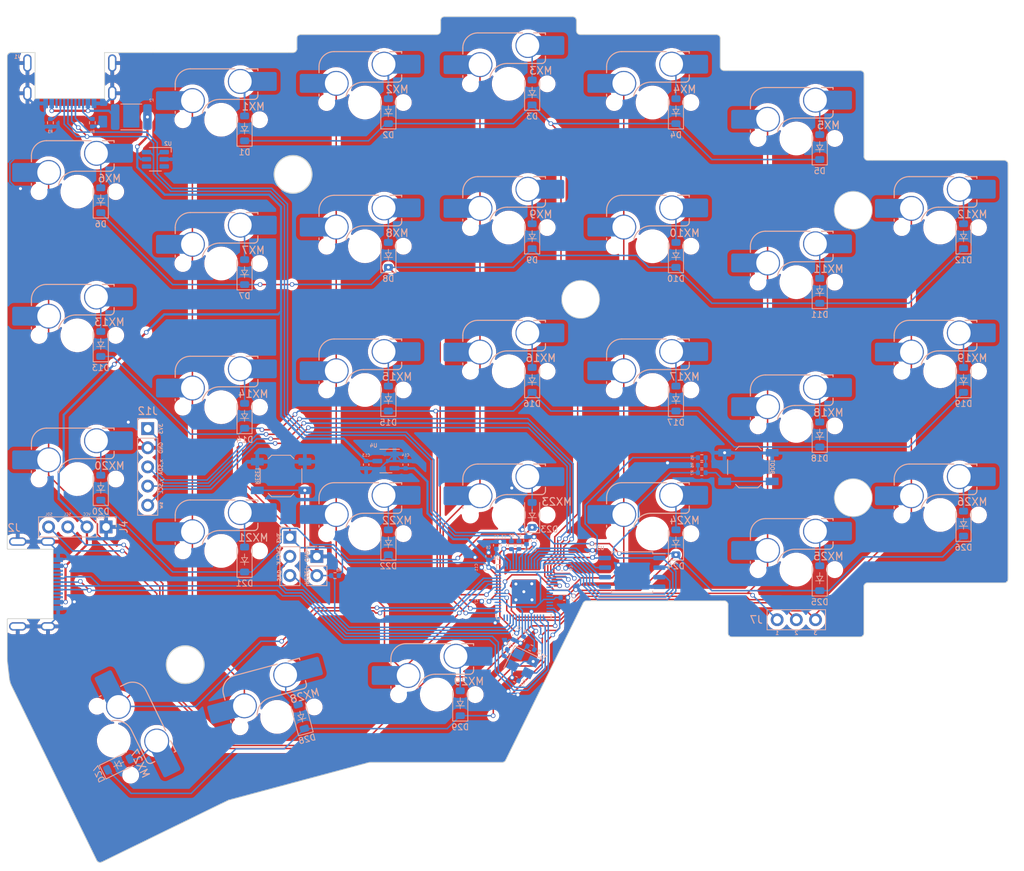
<source format=kicad_pcb>
(kicad_pcb (version 20240108) (generator "pcbnew") (generator_version "8.0")
  (layers (0 "F.Cu" signal) (31 "B.Cu" signal) (34 "B.Paste" user) (35 "F.Paste" user) (36 "B.SilkS" user "B.Silkscreen") (37 "F.SilkS" user "F.Silkscreen") (38 "B.Mask" user) (39 "F.Mask" user) (44 "Edge.Cuts" user))
  (net 0 "")
  (net 1 "GNDR")
  (net 2 "Net-(BOOT2-Pad2)")
  (net 3 "+1V1R")
  (net 4 "+3V3R")
  (net 5 "+5VR")
  (net 6 "XIN_R")
  (net 7 "ROW1_R")
  (net 8 "ROW2_R")
  (net 9 "ROW3_R")
  (net 10 "VBUSR")
  (net 11 "USB_D+_R")
  (net 12 "USB_D-_R")
  (net 13 "SPI0_RX_R")
  (net 14 "SPI0_TX_R")
  (net 15 "SCL_R")
  (net 16 "SDA_R")
  (net 17 "vrx_R")
  (net 18 "vry_R")
  (net 19 "sw_R")
  (net 20 "COL5_R")
  (net 21 "COL4_R")
  (net 22 "COL3_R")
  (net 23 "COL2_R")
  (net 24 "COL1_R")
  (net 25 "COL6_R")
  (net 26 "COL0_R")
  (net 27 "RESET_R")
  (net 28 "QSPI_SS_R")
  (net 29 "XOUT_R")
  (net 30 "SWCLK_R")
  (net 31 "SWD_R")
  (net 32 "QSPI_SD3_R")
  (net 33 "QSPI_SCLK_R")
  (net 34 "QSPI_SD0_R")
  (net 35 "QSPI_SD2_R")
  (net 36 "QSPI_SD1_R")
  (net 37 "ROW4_R")
  (net 38 "ROW0_R")
  (net 39 "Net-(D1-A)")
  (net 40 "Net-(D2-A)")
  (net 41 "Net-(D3-A)")
  (net 42 "Net-(D4-A)")
  (net 43 "Net-(D5-A)")
  (net 44 "Net-(D6-A)")
  (net 45 "Net-(D7-A)")
  (net 46 "Net-(D8-A)")
  (net 47 "Net-(D9-A)")
  (net 48 "Net-(D10-A)")
  (net 49 "Net-(D11-A)")
  (net 50 "Net-(D12-A)")
  (net 51 "Net-(D13-A)")
  (net 52 "Net-(D14-A)")
  (net 53 "Net-(D15-A)")
  (net 54 "Net-(D16-A)")
  (net 55 "Net-(D17-A)")
  (net 56 "Net-(D18-A)")
  (net 57 "Net-(D19-A)")
  (net 58 "Net-(D20-A)")
  (net 59 "Net-(D21-A)")
  (net 60 "Net-(D22-A)")
  (net 61 "Net-(D23-A)")
  (net 62 "Net-(D24-A)")
  (net 63 "Net-(D25-A)")
  (net 64 "Net-(D26-A)")
  (net 65 "Net-(D27-A)")
  (net 66 "Net-(D28-A)")
  (net 67 "Net-(D29-A)")
  (net 68 "Net-(C16-Pad2)")
  (net 69 "Net-(R5-Pad1)")
  (net 70 "Net-(U1-USB_DP)")
  (net 71 "Net-(U1-USB_DM)")
  (net 85 "Net-(J1-CC1)")
  (net 87 "Net-(J1-CC2)")
  (footprint "Connector_PinHeader_2.54mm:PinHeader_1x05_P2.54mm_Vertical" (layer "F.Cu") (at -9.7325 40.937501)
    (property "Reference" "J6" (hide yes))
    (property "Value" "PinSocket_5P")
  )
  (footprint "Connector_PinHeader_2.54mm:PinHeader_1x04_P2.54mm_Vertical" (layer "F.Cu") (at -19.05 53.975001 -90)
    (property "Reference" "J4")
    (property "Value" "PinSocket_4P")
  )
  (footprint "PCM_marbastlib-various:SOT-23-6-routable" (layer "B.Cu") (at -8.715625 5.237318 180)
    (property "Reference" "U2")
    (property "Value" "SRV05-4")
  )
  (footprint "Capacitor_SMD:C_0402_1005Metric" (layer "B.Cu") (at 36.45 56.4 90)
    (property "Reference" "C4")
    (property "Value" "100n")
  )
  (footprint "mcu:D_SOD-123_new" (layer "B.Cu") (at 79.3 22.671501 90)
    (property "Reference" "D11")
    (property "Value" "D_Small")
  )
  (footprint "mcu:D_SOD-123_new" (layer "B.Cu") (at 60.25 36.959001 90)
    (property "Reference" "D17")
    (property "Value" "D_Small")
  )
  (footprint "Resistor_SMD:R_0402_1005Metric" (layer "B.Cu") (at 63.675 45.787501)
    (property "Reference" "R6")
    (property "Value" "5.1k")
  )
  (footprint "PCM_marbastlib-mx:SW_MX_HS_1u" (layer "B.Cu") (at 76.2 21.526501 180)
    (property "Reference" "MX11")
    (property "Value" "kailh hotswap socket" (hide yes))
  )
  (footprint "mcu:D_SOD-123_new" (layer "B.Cu") (at 3.1 58.295001 90)
    (property "Reference" "D21")
    (property "Value" "D_Small")
  )
  (footprint "PCM_marbastlib-mx:SW_MX_HS_1u" (layer "B.Cu") (at 76.2 59.626501 180)
    (property "Reference" "MX25")
    (property "Value" "kailh hotswap socket" (hide yes))
  )
  (footprint "Resistor_SMD:R_0402_1005Metric" (layer "B.Cu") (at 39.45 56.4 -90)
    (property "Reference" "R1")
    (property "Value" "27")
  )
  (footprint "PCM_marbastlib-mx:SW_MX_HS_1.5u" (layer "B.Cu") (at -14.216225 82.306496 116)
    (property "Reference" "MX27")
    (property "Value" "kailh hotswap socket" (hide yes))
  )
  (footprint "mcu:D_SOD-123_new" (layer "B.Cu") (at 22.15 17.909 90)
    (property "Reference" "D8")
    (property "Value" "D_Small")
  )
  (footprint "PCM_marbastlib-mx:SW_MX_HS_1u" (layer "B.Cu") (at 0 57.150001 180)
    (property "Reference" "MX21")
    (property "Value" "kailh hotswap socket" (hide yes))
  )
  (footprint "PCM_marbastlib-mx:SW_MX_HS_1u" (layer "B.Cu") (at 57.15 35.814001 180)
    (property "Reference" "MX17")
    (property "Value" "kailh hotswap socket" (hide yes))
  )
  (footprint "PCM_marbastlib-mx:SW_MX_HS_1u" (layer "B.Cu") (at 19.05 35.814001 180)
    (property "Reference" "MX15")
    (property "Value" "kailh hotswap socket" (hide yes))
  )
  (footprint "mcu:D_SOD-123_new" (layer "B.Cu") (at 3.1 39.245001 90)
    (property "Reference" "D14")
    (property "Value" "D_Small")
  )
  (footprint "Capacitor_SMD:C_0402_1005Metric" (layer "B.Cu") (at 35.425 57.857501 90)
    (property "Reference" "C6")
    (property "Value" "100n")
  )
  (footprint "PCM_marbastlib-mx:SW_MX_HS_1u" (layer "B.Cu") (at 0 0 180)
    (property "Reference" "MX1")
    (property "Value" "kailh hotswap socket" (hide yes))
  )
  (footprint "PCM_marbastlib-mx:SW_MX_HS_1u" (layer "B.Cu") (at 19.05 -2.285999 180)
    (property "Reference" "MX2")
    (property "Value" "kailh hotswap socket" (hide yes))
  )
  (footprint "Capacitor_SMD:C_0402_1005Metric" (layer "B.Cu") (at 45.45 63.337501)
    (property "Reference" "C10")
    (property "Value" "100n")
  )
  (footprint "PCM_marbastlib-mx:SW_MX_HS_1u" (layer "B.Cu") (at 76.2 40.576501 180)
    (property "Reference" "MX18")
    (property "Value" "kailh hotswap socket" (hide yes))
  )
  (footprint "mcu:HRO-TYPE-C-31-M-13" (layer "B.Cu") (at -20.05 -9.617249)
    (property "Reference" "J1")
    (property "Value" "TYPE-C-31-M-13" (hide yes))
  )
  (footprint "Button_Switch_SMD:SW_SPST_TL3342" (layer "B.Cu") (at 7.9375 47.228125 180)
    (property "Reference" "RESET1" (hide yes))
    (property "Value" "SW_Push")
  )
  (footprint "PCM_marbastlib-mx:SW_MX_HS_1u" (layer "B.Cu") (at 95.25 14.287501 180)
    (property "Reference" "MX12")
    (property "Value" "kailh hotswap socket" (hide yes))
  )
  (footprint "Resistor_SMD:R_0402_1005Metric" (layer "B.Cu") (at 15.08125 60.427501)
    (property "Reference" "R8")
    (property "Value" "5.1k")
  )
  (footprint "mcu:D_SOD-123_new" (layer "B.Cu") (at 41.2 52.3875 90)
    (property "Reference" "D23")
    (property "Value" "D_Small")
  )
  (footprint "mcu:D_SOD-123_new" (layer "B.Cu") (at 22.15 36.959001 90)
    (property "Reference" "D15")
    (property "Value" "D_Small")
  )
  (footprint "Connector_PinSocket_2.54mm:PinSocket_1x03_P2.54mm_Vertical" (layer "B.Cu") (at 9.1 55.334375 180)
    (property "Reference" "J3" (hide yes))
    (property "Value" "SWD_PinSocket")
  )
  (footprint "mcu:D_SOD-123_new" (layer "B.Cu") (at 79.3 3.621501 90)
    (property "Reference" "D5")
    (property "Value" "D_Small")
  )
  (footprint "Package_DFN_QFN:QFN-56-1EP_7x7mm_P0.4mm_EP3.2x3.2mm" (layer "B.Cu") (at 40.1 62.577501 180)
    (property "Reference" "U1")
    (property "Value" "RP2040")
  )
  (footprint "mcu:D_SOD-123_new" (layer "B.Cu") (at -15.95 29.720001 90)
    (property "Reference" "D13")
    (property "Value" "D_Small")
  )
  (footprint "mcu:D_SOD-123_new" (layer "B.Cu") (at 22.15 56.009001 90)
    (property "Reference" "D22")
    (property "Value" "D_Small")
  )
  (footprint "mcu:D_SOD-123_new" (layer "B.Cu") (at 3.1 20.195001 90)
    (property "Reference" "D7")
    (property "Value" "D_Small")
  )
  (footprint "Capacitor_SMD:C_0402_1005Metric" (layer "B.Cu") (at 37.45 56.4 90)
    (property "Reference" "C3")
    (property "Value" "1u")
  )
  (footprint "mcu:D_SOD-123_new" (layer "B.Cu") (at 22.15 -1.140999 90)
    (property "Reference" "D2")
    (property "Value" "D_Small")
  )
  (footprint "PCM_marbastlib-mx:SW_MX_HS_1u" (layer "B.Cu") (at 57.15 54.864001 180)
    (property "Reference" "MX24")
    (property "Value" "kailh hotswap socket" (hide yes))
  )
  (footprint "Capacitor_SMD:C_0402_1005Metric" (layer "B.Cu") (at 40.45 55.777501 90)
    (property "Reference" "C5")
    (property "Value" "100n")
  )
  (footprint "PCM_marbastlib-mx:SW_MX_HS_1u" (layer "B.Cu") (at -19.05 47.625001 180)
    (property "Reference" "MX20")
    (property "Value" "kailh hotswap socket" (hide yes))
  )
  (footprint "Button_Switch_SMD:SW_SPST_TL3342" (layer "B.Cu") (at 69.85 46.0375 180)
    (property "Reference" "BOOT2" (hide yes))
    (property "Value" "SW_Push")
  )
  (footprint "Package_TO_SOT_SMD:SOT-23-3" (layer "B.Cu") (at 21.828125 45.243751 180)
    (property "Reference" "U4")
    (property "Value" "XC6206P332MR")
  )
  (footprint "PCM_marbastlib-mx:SW_MX_HS_1u" (layer "B.Cu") (at 38.1 -4.762499 180)
    (property "Reference" "MX3")
    (property "Value" "kailh hotswap socket" (hide yes))
  )
  (footprint "PCM_marbastlib-mx:SW_MX_HS_1u" (layer "B.Cu") (at 28.575 76.2 180)
    (property "Reference" "MX29")
    (property "Value" "kailh hotswap socket" (hide yes))
  )
  (footprint "PCM_marbastlib-mx:SW_MX_HS_1u" (layer "B.Cu") (at 38.1 14.287501 180)
    (property "Reference" "MX9")
    (property "Value" "kailh hotswap socket" (hide yes))
  )
  (footprint "Connector_PinSocket_2.54mm:PinSocket_1x02_P2.54mm_Vertical" (layer "B.Cu") (at 12.675 57.884375 180)
    (property "Reference" "RESET2" (hide yes))
    (property "Value" "PinSocket_2P")
  )
  (footprint "mcu:D_SOD-123_new" (layer "B.Cu") (at 60.25 17.909 90)
    (property "Reference" "D10")
    (property "Value" "D_Small")
  )
  (footprint "mcu:D_SOD-123_new" (layer "B.Cu") (at 79.3 60.771501 90)
    (property "Reference" "D25")
    (property "Value" "D_Small")
  )
  (footprint "Resistor_SMD:R_0402_1005Metric" (layer "B.Cu") (at 63.675 44.787501 180)
    (property "Reference" "R5")
    (property "Value" "5.1k")
  )
  (footprint "PCM_marbastlib-mx:SW_MX_HS_1u" (layer "B.Cu") (at 38.1 33.337501 180)
    (property "Reference" "MX16")
    (property "Value" "kailh hotswap socket" (hide yes))
  )
  (footprint "PCM_marbastlib-mx:SW_MX_HS_1u" (layer "B.Cu") (at -19.05 9.525001 180)
    (property "Reference" "MX6")
    (property "Value" "kailh hotswap socket" (hide yes))
  )
  (footprint "mcu:D_SOD-123_new" (layer "B.Cu") (at 98.35 34.482501 90)
    (property "Reference" "D19")
    (property "Value" "D_Small")
  )
  (footprint "PCM_marbastlib-mx:SW_MX_HS_1u" (layer "B.Cu") (at 95.25 52.387501 180)
    (property "Reference" "MX26")
    (property "Value" "kailh hotswap socket" (hide yes))
  )
  (footprint "mcu:D_SOD-123_new" (layer "B.Cu") (at 41.2 15.432501 90)
    (property "Reference" "D9")
    (property "Value" "D_Small")
  )
  (footprint "PCM_marbastlib-mx:SW_MX_HS_1u" (layer "B.Cu") (at 19.05 54.864001 180)
    (property "Reference" "MX22")
    (property "Value" "kailh hotswap socket" (hide yes))
  )
  (footprint "mcu:D_SOD-123_new" (layer "B.Cu") (at 31.675 77.345001 90)
    (property "Reference" "D29")
    (property "Value" "D_Small")
  )
  (footprint "mcu:D_SOD-123_new" (layer "B.Cu") (at 3.1 1.145 90)
    (property "Reference" "D1")
    (property "Value" "D_Small")
  )
  (footprint "Capacitor_SMD:C_0402_1005Metric" (layer "B.Cu") (at 24.433125 45.721828 90)
    (property "Reference" "C14")
    (property "Value" "1u")
  )
  (footprint "PCM_marbastlib-mx:SW_MX_HS_1u" (layer "B.Cu") (at 57.15 -2.285999 180)
    (property "Reference" "MX4")
    (property "Value" "kailh hotswap socket" (hide yes))
  )
  (footprint "Capacitor_SMD:C_0402_1005Metric" (layer "B.Cu") (at 38.975 74.162501 153.8)
    (property "Reference" "C15")
    (property "Value" "22p")
  )
  (footprint "mcu:D_SOD-123_new" (layer "B.Cu") (at 41.2 34.482501 90)
    (property "Reference" "D16")
    (property "Value" "D_Small")
  )
  (footprint "Capacitor_SMD:C_0402_1005Metric" (layer "B.Cu") (at 19.208125 45.721828 -90)
    (property "Reference" "C13")
    (property "Value" "1u")
  )
  (footprint "mcu:D_SOD-123_new" (layer "B.Cu") (at 79.3 41.721501 90)
    (property "Reference" "D18")
    (property "Value" "D_Small")
  )
  (footprint "PCM_marbastlib-mx:SW_MX_HS_1u" (layer "B.Cu") (at 0 38.100001 180)
    (property "Reference" "MX14")
    (property "Value" "kailh hotswap socket" (hide yes))
  )
  (footprint "Capacitor_SMD:C_0402_1005Metric" (layer "B.Cu") (at 41.45 55.777501 90)
    (property "Reference" "C1")
    (property "Value" "100n")
  )
  (footprint "PCM_marbastlib-mx:SW_MX_HS_1u" (layer "B.Cu") (at 95.25 33.337501 180)
    (property "Reference" "MX19")
    (property "Value" "kailh hotswap socket" (hide yes))
  )
  (footprint "Capacitor_SMD:C_0402_1005Metric" (layer "B.Cu") (at 35 63.837501 180)
    (property "Reference" "C7")
    (property "Value" "100n")
  )
  (footprint "mcu:D_SOD-123_new" (layer "B.Cu") (at 60.25 56.009001 90)
    (property "Reference" "D24")
    (property "Value" "D_Small")
  )
  (footprint "Capacitor_SMD:C_0402_1005Metric" (layer "B.Cu") (at 37.703125 70.64375 63.8)
    (property "Reference" "C16")
    (property "Value" "22p")
  )
  (footprint "Capacitor_SMD:C_0402_1005Metric" (layer "B.Cu") (at 45.15 59.437501)
    (property "Reference" "C9")
    (property "Value" "100n")
  )
  (footprint "Connector_PinSocket_2.54mm:PinSocket_1x03_P2.54mm_Vertical" (layer "B.Cu") (at 73.66 66.278125 -90)
    (property "Reference" "J7")
    (property "Value" "side_b_PinSocket")
  )
  (footprint "Capacitor_SMD:C_0402_1005Metric" (layer "B.Cu") (at 39.86 68.947501 -116.2)
    (property "Reference" "C8")
    (property "Value" "100n")
  )
  (footprint "Fuse:Fuse_1812_4532Metric" (layer "B.Cu") (at -11.90625 -0.367249 180)
    (property "Reference" "F2")
    (property "Value" "MF-MSMF050-2")
  )
  (footprint "PCM_marbastlib-mx:SW_MX_HS_1u" (layer "B.Cu") (at 38.1 52.387501 180)
    (property "Reference" "MX23")
    (property "Value" "kailh hotswap socket" (hide yes))
  )
  (footprint "PCM_marbastlib-mx:SW_MX_HS_1u" (layer "B.Cu") (at 57.15 16.764 180)
    (property "Reference" "MX10")
    (property "Value" "kailh hotswap socket" (hide yes))
  )
  (footprint "Capacitor_SMD:C_0402_1005Metric" (layer "B.Cu") (at 34.975 59.337501 180)
    (property "Reference" "C11")
    (property "Value" "1u")
  )
  (footprint "PCM_marbastlib-mx:SW_MX_HS_1u" (layer "B.Cu") (at 76.2 2.476501 180)
    (property "Reference" "MX5")
    (property "Value" "kailh hotswap socket" (hide yes))
  )
  (footprint "Resistor_SMD:R_0402_1005Metric" (layer "B.Cu") (at 41.025 70.012501 -26.2)
    (property "Reference" "R9")
    (property "Value" "1k")
  )
  (footprint "Capacitor_SMD:C_0402_1005Metric" (layer "B.Cu") (at 38.94 68.487501 -116.2)
    (property "Reference" "C2")
    (property "Value" "100n")
  )
  (footprint "mcu:D_SOD-123_new" (layer "B.Cu") (at 98.35 53.532501 90)
    (property "Reference" "D26")
    (property "Value" "D_Small")
  )
  (footprint "Resistor_SMD:R_0402_1005Metric" (layer "B.Cu") (at -17.065625 0.396875 -90)
    (property "Reference" "R4")
    (property "Value" "5.1k")
  )
  (footprint "PCM_marbastlib-mx:SW_MX_HS_1u" (layer "B.Cu") (at 7.41391 79.154015 -165)
    (property "Reference" "MX28")
    (property "Value" "kailh hotswap socket" (hide yes))
  )
  (footprint "Capacitor_SMD:C_0402_1005Metric" (layer "B.Cu") (at 49.2 57.547501 90)
    (property "Reference" "C12")
    (property "Value" "1u")
  )
  (footprint "mcu:D_SOD-123_new" (layer "B.Cu") (at -13.570692 85.440716 26)
    (property "Reference" "D27")
    (property "Value" "D_Small")
  )
  (footprint "Crystal:Crystal_SMD_3225-4Pin_3.2x2.5mm" (layer "B.Cu") (at 39.975 72.087501 -26.2)
    (property "Reference" "Y1")
    (property "Value" "X322512MSB4SI")
  )
  (footprint "mcu:D_SOD-123_new" (layer "B.Cu") (at 60.25 -1.140999 90)
    (property "Reference" "D4")
    (property "Value" "D_Small")
  )
  (footprint "mcu:D_SOD-123_new" (layer "B.Cu") (at -15.95 48.770001 90)
    (property "Reference" "D20")
    (property "Value" "D_Small")
  )
  (footprint "mcu:D_SOD-123_new" (layer "B.Cu") (at 41.2 -3.617499 90)
    (property "Reference" "D3")
    (property "Value" "D_Small")
  )
  (footprint "mcu:D_SOD-123_new" (layer "B.Cu") (at 10.613717 79.11838 105)
    (property "Reference" "D28")
    (property "Value" "D_Small")
  )
  (footprint "Resistor_SMD:R_0402_1005Metric" (layer "B.Cu") (at 38.45 56.4 -90)
    (property "Reference" "R2")
    (property "Value" "27")
  )
  (footprint "Resistor_SMD:R_0402_1005Metric" (layer "B.Cu") (at 63.675 46.787501 180)
    (property "Reference" "R7")
    (property "Value" "1k")
  )
  (footprint "mcu:D_SOD-123_new" (layer "B.Cu") (at -15.95 10.670001 90)
    (property "Reference" "D6")
    (property "Value" "D_Small")
  )
  (footprint "mcu:D_SOD-123_new" (layer "B.Cu") (at 98.35 15.432501 90)
    (property "Reference" "D12")
    (property "Value" "D_Small")
  )
  (footprint "PCM_marbastlib-mx:SW_MX_HS_1u" (layer "B.Cu") (at 0 19.050001 180)
    (property "Reference" "MX7")
    (property "Value" "kailh hotswap socket" (hide yes))
  )
  (footprint "mcu:HRO-TYPE-C-31-M-13" (layer "B.Cu") (at -29.05 61.537501 90)
    (property "Reference" "J2")
    (property "Value" "TYPE-C-31-M-13" (hide yes))
  )
  (footprint "Package_SO:SOIC-8_5.23x5.23mm_P1.27mm" (layer "B.Cu") (at 54.45 60 180)
    (property "Reference" "U3")
    (property "Value" "W25Q128JVSIQ")
  )
  (footprint "PCM_marbastlib-mx:SW_MX_HS_1u" (layer "B.Cu") (at 19.05 16.764 180)
    (property "Reference" "MX8")
    (property "Value" "kailh hotswap socket" (hide yes))
  )
  (footprint "Resistor_SMD:R_0402_1005Metric" (layer "B.Cu") (at -22.621875 0.396875 -90)
    (property "Reference" "R3")
    (property "Value" "5.1k")
  )
  (footprint "PCM_marbastlib-mx:SW_MX_HS_1u" (layer "B.Cu") (at -19.05 28.575001 180)
    (property "Reference" "MX13")
    (property "Value" "kailh hotswap socket" (hide yes))
  )
  (gr_line (start 47.075 -13.167249) (end 47.075 -11.792249) (stroke (width 0.1)) (layer "Edge.Cuts"))
  (gr_circle (center -4.7625 72.231251) (end -2.2625 72.231251) (stroke (width 0.15)) (fill none) (layer "Edge.Cuts"))
  (gr_arc (start 67.65 68.550001) (mid 67.296486 68.403515) (end 67.15 68.050001) (stroke (width 0.1)) (layer "Edge.Cuts"))
  (gr_line (start -9.025 -8.904749) (end 8.975 -8.904749) (stroke (width 0.1)) (layer "Edge.Cuts"))
  (gr_arc (start 29.075 -11.792249) (mid 28.928564 -11.438685) (end 28.575 -11.292249) (stroke (width 0.1)) (layer "Edge.Cuts"))
  (gr_line (start -27.838454 -8.904749) (end -24.65 -8.904749) (stroke (width 0.1)) (layer "Edge.Cuts"))
  (gr_line (start -22.250954 56.937501) (end -22.250954 66.137501) (stroke (width 0.1)) (layer "Edge.Cuts"))
  (gr_arc (start 103.75 5.382751) (mid 104.103514 5.529237) (end 104.25 5.882751) (stroke (width 0.1)) (layer "Edge.Cuts"))
  (gr_line (start -15.45 -8.904749) (end -9.025 -8.904749) (stroke (width 0.1)) (layer "Edge.Cuts"))
  (gr_circle (center 83.740625 12.001501) (end 86.240625 12.001501) (stroke (width 0.1)) (fill none) (layer "Edge.Cuts"))
  (gr_arc (start 19.583511 85.204485) (mid 19.647561 85.191769) (end 19.712722 85.187501) (stroke (width 0.1)) (layer "Edge.Cuts"))
  (gr_line (start 8.975 -8.904749) (end 9.525 -8.904749) (stroke (width 0.1)) (layer "Edge.Cuts"))
  (gr_line (start -28.238454 56.937501) (end -22.250954 56.937501) (stroke (width 0.1)) (layer "Edge.Cuts"))
  (gr_line (start 19.712722 85.187501) (end 37.238957 85.187501) (stroke (width 0.1)) (layer "Edge.Cuts"))
  (gr_arc (start 85.675 5.382751) (mid 85.321486 5.236265) (end 85.175 4.882751) (stroke (width 0.1)) (layer "Edge.Cuts"))
  (gr_arc (start -28.338454 -8.404749) (mid -28.192009 -8.758304) (end -27.838454 -8.904749) (stroke (width 0.1)) (layer "Edge.Cuts"))
  (gr_line (start 85.175 -6.017249) (end 85.175 4.882751) (stroke (width 0.1)) (layer "Edge.Cuts"))
  (gr_line (start 10.525 -11.292249) (end 28.025 -11.292249) (stroke (width 0.1)) (layer "Edge.Cuts"))
  (gr_line (start 29.075 -11.792249) (end 29.075 -11.817249) (stroke (width 0.1)) (layer "Edge.Cuts"))
  (gr_line (start 29.575 -13.667249) (end 46.575 -13.667249) (stroke (width 0.1)) (layer "Edge.Cuts"))
  (gr_arc (start -28.317437 71.935162) (mid -28.333195 71.758229) (end -28.338454 71.580674) (stroke (width 0.1)) (layer "Edge.Cuts"))
  (gr_line (start 1.021354 90.185061) (end 18.411614 85.517977) (stroke (width 0.1)) (layer "Edge.Cuts"))
  (gr_circle (center 83.740625 50.101501) (end 86.240625 50.101501) (stroke (width 0.1)) (fill none) (layer "Edge.Cuts"))
  (gr_circle (center 9.525 7.239001) (end 12.025 7.239001) (stroke (width 0.15)) (fill none) (layer "Edge.Cuts"))
  (gr_line (start -28.338454 0.857751) (end -28.338454 -8.404749) (stroke (width 0.1)) (layer "Edge.Cuts"))
  (gr_arc (start 66.65 63.775001) (mid 67.003514 63.921487) (end 67.15 64.275001) (stroke (width 0.1)) (layer "Edge.Cuts"))
  (gr_line (start 85.15 61.887501) (end 85.15 68.050001) (stroke (width 0.1)) (layer "Edge.Cuts"))
  (gr_line (start -24.65 -2.817249) (end -15.45 -2.817249) (stroke (width 0.1)) (layer "Edge.Cuts"))
  (gr_arc (start 104.25 60.887501) (mid 104.103579 61.24108) (end 103.75 61.387501) (stroke (width 0.1)) (layer "Edge.Cuts"))
  (gr_line (start 104.25 60.887501) (end 104.25 5.882751) (stroke (width 0.1)) (layer "Edge.Cuts"))
  (gr_line (start 10.025 -10.792249) (end 10.025 -9.429749) (stroke (width 0.1)) (layer "Edge.Cuts"))
  (gr_circle (center 47.625 23.8125) (end 50.125 23.8125) (stroke (width 0.1)) (fill none) (layer "Edge.Cuts"))
  (gr_line (start 66.1 63.775001) (end 66.65 63.775001) (stroke (width 0.1)) (layer "Edge.Cuts"))
  (gr_line (start 10.025 -9.404749) (end 10.025 -9.429749) (stroke (width 0.1)) (layer "Edge.Cuts"))
  (gr_arc (start 85.15 68.050001) (mid 85.003579 68.40358) (end 84.65 68.550001) (stroke (width 0.1)) (layer "Edge.Cuts"))
  (gr_line (start -24.65 -2.817249) (end -24.65 -8.904749) (stroke (width 0.1)) (layer "Edge.Cuts"))
  (gr_line (start 48.411043 63.775001) (end 66.1 63.775001) (stroke (width 0.1)) (layer "Edge.Cuts"))
  (gr_line (start 85.65 61.387501) (end 86.2 61.387501) (stroke (width 0.1)) (layer "Edge.Cuts"))
  (gr_arc (start 37.687472 84.908485) (mid 37.503066 85.112054) (end 37.238957 85.187501) (stroke (width 0.1)) (layer "Edge.Cuts"))
  (gr_arc (start 0.931859 90.218532) (mid 0.975805 90.199654) (end 1.021354 90.185061) (stroke (width 0.1)) (layer "Edge.Cuts"))
  (gr_line (start 28.025 -11.292249) (end 28.575 -11.292249) (stroke (width 0.1)) (layer "Edge.Cuts"))
  (gr_line (start 67.15 64.275001) (end 67.15 68.050001) (stroke (width 0.1)) (layer "Edge.Cuts"))
  (gr_line (start -28.338454 0.857751) (end -28.338454 17.407751) (stroke (width 0.1)) (layer "Edge.Cuts"))
  (gr_line (start 47.575 -11.292249) (end 48.125 -11.292249) (stroke (width 0.1)) (layer "Edge.Cuts"))
  (gr_line (start -16.491608 98.171818) (end -27.781597 75.023909) (stroke (width 0.1)) (layer "Edge.Cuts"))
  (gr_line (start 65.625 -11.292249) (end 48.125 -11.292249) (stroke (width 0.1)) (layer "Edge.Cuts"))
  (gr_line (start -28.338454 54.487501) (end -28.338454 56.837501) (stroke (width 0.1)) (layer "Edge.Cuts"))
  (gr_line (start 47.962528 64.054017) (end 37.687472 84.908485) (stroke (width 0.1)) (layer "Edge.Cuts"))
  (gr_line (start 85.675 5.382751) (end 86.25 5.382751) (stroke (width 0.1)) (layer "Edge.Cuts"))
  (gr_arc (start 10.025 -9.404749) (mid 9.878564 -9.051185) (end 9.525 -8.904749) (stroke (width 0.1)) (layer "Edge.Cuts"))
  (gr_line (start -28.064198 74.063285) (end -28.317437 71.935162) (stroke (width 0.1)) (layer "Edge.Cuts"))
  (gr_line (start 66.625 -6.517249) (end 67.175 -6.517249) (stroke (width 0.1)) (layer "Edge.Cuts"))
  (gr_line (start 29.075 -13.167249) (end 29.075 -11.817249) (stroke (width 0.1)) (layer "Edge.Cuts"))
  (gr_arc (start -28.238454 56.937501) (mid -28.309163 56.90821) (end -28.338454 56.837501) (stroke (width 0.1)) (layer "Edge.Cuts"))
  (gr_arc (start 47.575 -11.292249) (mid 47.221486 -11.438735) (end 47.075 -11.792249) (stroke (width 0.1)) (layer "Edge.Cuts"))
  (gr_line (start 66.125 -10.792249) (end 66.125 -7.017249) (stroke (width 0.1)) (layer "Edge.Cuts"))
  (gr_line (start -15.45 -2.817249) (end -15.45 -8.904749) (stroke (width 0.1)) (layer "Edge.Cuts"))
  (gr_arc (start 10.025 -10.792249) (mid 10.171436 -11.145813) (end 10.525 -11.292249) (stroke (width 0.1)) (layer "Edge.Cuts"))
  (gr_arc (start 66.625 -6.517249) (mid 66.271486 -6.663735) (end 66.125 -7.017249) (stroke (width 0.1)) (layer "Edge.Cuts"))
  (gr_line (start 84.675 -6.517249) (end 67.175 -6.517249) (stroke (width 0.1)) (layer "Edge.Cuts"))
  (gr_line (start 0.931859 90.218532) (end -0.118996 90.73081) (stroke (width 0.1)) (layer "Edge.Cuts"))
  (gr_line (start -28.338454 54.487501) (end -28.338454 17.407751) (stroke (width 0.1)) (layer "Edge.Cuts"))
  (gr_arc (start 46.575 -13.667249) (mid 46.928514 -13.520763) (end 47.075 -13.167249) (stroke (width 0.1)) (layer "Edge.Cuts"))
  (gr_arc (start -27.781597 75.023909) (mid -27.963259 74.555471) (end -28.064198 74.063285) (stroke (width 0.1)) (layer "Edge.Cuts"))
  (gr_line (start 103.75 5.382751) (end 86.25 5.382751) (stroke (width 0.1)) (layer "Edge.Cuts"))
  (gr_line (start 19.583511 85.204485) (end 18.411614 85.517977) (stroke (width 0.1)) (layer "Edge.Cuts"))
  (gr_arc (start 85.15 61.887501) (mid 85.296421 61.533922) (end 85.65 61.387501) (stroke (width 0.1)) (layer "Edge.Cuts"))
  (gr_line (start 84.65 68.550001) (end 67.65 68.550001) (stroke (width 0.1)) (layer "Edge.Cuts"))
  (gr_arc (start 47.962528 64.054017) (mid 48.146953 63.850478) (end 48.411043 63.775001) (stroke (width 0.1)) (layer "Edge.Cuts"))
  (gr_arc (start -28.338454 66.237501) (mid -28.309166 66.166789) (end -28.238454 66.137501) (stroke (width 0.1)) (layer "Edge.Cuts"))
  (gr_line (start -28.338454 71.580674) (end -28.338454 66.2375) (stroke (width 0.1)) (layer "Edge.Cuts"))
  (gr_arc (start 29.075 -13.167249) (mid 29.221436 -13.520813) (end 29.575 -13.667249) (stroke (width 0.1)) (layer "Edge.Cuts"))
  (gr_arc (start -15.822751 98.401897) (mid -16.20486 98.425469) (end -16.491608 98.171819) (stroke (width 0.1)) (layer "Edge.Cuts"))
  (gr_line (start -15.822751 98.401897) (end -0.118996 90.73081) (stroke (width 0.1)) (layer "Edge.Cuts"))
  (gr_arc (start 84.675 -6.517249) (mid 85.028514 -6.370763) (end 85.175 -6.017249) (stroke (width 0.1)) (layer "Edge.Cuts"))
  (gr_line (start 86.2 61.387501) (end 103.75 61.387501) (stroke (width 0.1)) (layer "Edge.Cuts"))
  (gr_line (start -28.238454 66.137501) (end -22.250954 66.137501) (stroke (width 0.1)) (layer "Edge.Cuts"))
  (gr_arc (start 65.625 -11.292249) (mid 65.978514 -11.145763) (end 66.125 -10.792249) (stroke (width 0.1)) (layer "Edge.Cuts"))
  (gr_text "3V3" (at 7.67 55.437501 90) (layer "B.SilkS") (effects (font (size 0.5 0.5) (thickness 0.1) (bold yes)) (justify mirror)))
  (gr_text "3V3" (at -7.98625 40.957501 90) (layer "B.SilkS") (effects (font (size 0.5 0.5) (thickness 0.1) (bold yes)) (justify mirror)))
  (gr_text "GND" (at -7.98625 43.497501 90) (layer "B.SilkS") (effects (font (size 0.5 0.5) (thickness 0.1) (bold yes)) (justify mirror)))
  (gr_text "SDL" (at -22.83239 52.288975 0) (layer "B.SilkS") (effects (font (size 0.35 0.35) (thickness 0.06) (bold yes)) (justify mirror)))
  (gr_text "VCC" (at -17.78239 52.288975 0) (layer "B.SilkS") (effects (font (size 0.35 0.35) (thickness 0.06) (bold yes)) (justify mirror)))
  (gr_text "RESET" (at 4.7625 47.228125 270) (layer "B.SilkS") (effects (font (size 0.5 0.5) (thickness 0.1) (bold yes)) (justify mirror)))
  (gr_text "SWCLK" (at 7.64 57.797501 90) (layer "B.SilkS") (effects (font (size 0.5 0.5) (thickness 0.1) (bold yes)) (justify mirror)))
  (gr_text "GND" (at 11.334692 57.865153 270) (layer "B.SilkS") (effects (font (size 0.5 0.5) (thickness 0.1) (bold yes)) (justify mirror)))
  (gr_text "sw" (at -7.983848 51.110294 90) (layer "B.SilkS") (effects (font (size 0.5 0.5) (thickness 0.1) (bold yes)) (justify mirror)))
  (gr_text "BOOT" (at 73.025 46.0375 270) (layer "B.SilkS") (effects (font (size 0.5 0.5) (thickness 0.1) (bold yes)) (justify mirror)))
  (gr_text "RESET" (at 11.325158 60.49173 270) (layer "B.SilkS") (effects (font (size 0.5 0.5) (thickness 0.1) (bold yes)) (justify mirror)))
  (gr_text "y,SCL" (at -7.98625 48.577501 90) (layer "B.SilkS") (effects (font (size 0.5 0.5) (thickness 0.1) (bold yes)) (justify mirror)))
  (gr_text "1" (at 73.66 68.03 0) (layer "B.SilkS") (effects (font (size 0.5 0.5) (thickness 0.1) (bold yes)) (justify mirror)))
  (gr_text "SWD" (at 7.67 60.437501 -90) (layer "B.SilkS") (effects (font (size 0.5 0.5) (thickness 0.1) (bold yes)) (justify mirror)))
  (gr_text "3" (at 78.74 68.03 0) (layer "B.SilkS") (effects (font (size 0.5 0.5) (thickness 0.1) (bold yes)) (justify mirror)))
  (gr_text "2" (at 76.2 68.03 0) (layer "B.SilkS") (effects (font (size 0.5 0.5) (thickness 0.1) (bold yes)) (justify mirror)))
  (gr_text "GND" (at -15.887495 52.700391 0) (layer "B.SilkS") (effects (font (size 0.35 0.35) (thickness 0.06) (bold yes)) (justify mirror)))
  (gr_text "SCL" (at -20.35739 52.288975 0) (layer "B.SilkS") (effects (font (size 0.35 0.35) (thickness 0.06) (bold yes)) (justify mirror)))
  (gr_text "J12" (at -9.7325 38.607501 0) (layer "B.SilkS") (effects (font (size 1 1)) (justify mirror)))
  (gr_text "x,SDA" (at -7.98625 46.037501 90) (layer "B.SilkS") (effects (font (size 0.5 0.5) (thickness 0.1) (bold yes)) (justify mirror)))
  (segment (start 34.262916 57.377501) (end 33.632416 58.008001) (width 0.2) (layer "F.Cu") (net 1))
  (segment (start -14.43 -0.935) (end -14.43 -3.517249) (width 0.2) (layer "F.Cu") (net 1))
  (segment (start 60.483876 44.1375) (end 59.134375 45.487001) (width 0.2) (layer "F.Cu") (net 1))
  (segment (start 35.425 57.377501) (end 34.262916 57.377501) (width 0.2) (layer "F.Cu") (net 1))
  (segment (start 37.65625 69.40625) (end 37.65625 68.026251) (width 0.2) (layer "F.Cu") (net 1))
  (segment (start 50.673626 57.067501) (end 49.2 57.067501) (width 0.2) (layer "F.Cu") (net 1))
  (segment (start 39.910773 54.328001) (end 40.4439 53.794874) (width 0.2) (layer "F.Cu") (net 1))
  (segment (start 46.977347 62.290961) (end 46.694502 62.290961) (width 0.2) (layer "F.Cu") (net 1))
  (segment (start 37.65625 68.026251) (end 36.305 66.675001) (width 0.2) (layer "F.Cu") (net 1))
  (segment (start 66.7 44.1375) (end 60.483876 44.1375) (width 0.2) (layer "F.Cu") (net 1))
  (segment (start 38.026336 75.763343) (end 38.026336 74.468558) (width 0.2) (layer "F.Cu") (net 1))
  (segment (start -9.7325 43.477501) (end -12.303125 40.906876) (width 0.2) (layer "F.Cu") (net 1))
  (segment (start 41.337264 71.067372) (end 41.337264 71.810488) (width 0.2) (layer "F.Cu") (net 1))
  (segment (start -12.303125 40.906876) (end -12.303125 40.084375) (width 0.2) (layer "F.Cu") (net 1))
  (segment (start 52.631652 59.025527) (end 50.673626 57.067501) (width 0.2) (layer "F.Cu") (net 1))
  (segment (start 46.694502 62.290961) (end 45.93 63.055463) (width 0.2) (layer "F.Cu") (net 1))
  (segment (start 40.4439 53.794874) (end 40.4439 50.76265) (width 0.2) (layer "F.Cu") (net 1))
  (segment (start 40.4439 50.76265) (end 38.496875 48.815625) (width 0.2) (layer "F.Cu") (net 1))
  (segment (start 38.026336 74.468558) (end 38.544316 73.950578) (width 0.2) (layer "F.Cu") (net 1))
  (segment (start 45.93 63.055463) (end 45.93 63.337501) (width 0.2) (layer "F.Cu") (net 1))
  (segment (start -16.271875 0.906875) (end -14.43 -0.935) (width 0.2) (layer "F.Cu") (net 1))
  (segment (start 39.648077 69.378185) (end 41.337264 71.067372) (width 0.2) (layer "F.Cu") (net 1))
  (via (at 49.2 57.067501) (size 0.6) (drill 0.4) (layers "F.Cu" "B.Cu") (net 1))
  (via (at 41.175 63.637501) (size 0.6) (drill 0.4) (layers "F.Cu" "B.Cu") (net 1))
  (via (at 46.977347 62.290961) (size 0.6) (drill 0.4) (layers "F.Cu" "B.Cu") (net 1))
  (via (at 36.948318 55.915319) (size 0.6) (drill 0.4) (layers "F.Cu" "B.Cu") (net 1))
  (via (at 39.910773 54.328001) (size 0.6) (drill 0.4) (layers "F.Cu" "B.Cu") (net 1))
  (via (at -19.446875 63.896875) (size 0.6) (drill 0.4) (layers "F.Cu" "B.Cu") (net 1))
  (via (at 41.7 67.787501) (size 0.6) (drill 0.4) (layers "F.Cu" "B.Cu") (net 1))
  (via (at 40.1 62.562501) (size 0.6) (drill 0.4) (layers "F.Cu" "B.Cu") (net 1))
  (via (at -26.590625 9.128125) (size 0.8) (drill 0.4) (layers "F.Cu" "B.Cu") (net 1))
  (via (at 34.495 59.337501) (size 0.6) (drill 0.4) (layers "F.Cu" "B.Cu") (net 1))
  (via (at 34.52 63.837501) (size 0.6) (drill 0.4) (layers "F.Cu" "B.Cu") (net 1))
  (via (at 39.05 61.537501) (size 0.6) (drill 0.4) (layers "F.Cu" "B.Cu") (net 1))
  (via (at -12.303125 40.084375) (size 0.8) (drill 0.4) (layers "F.Cu" "B.Cu") (net 1))
  (via (at 45.93 63.337501) (size 0.6) (drill 0.4) (layers "F.Cu" "B.Cu") (net 1))
  (via (at 45.63 59.437501) (size 0.6) (drill 0.4) (layers "F.Cu" "B.Cu") (net 1))
  (via (at 38.544316 73.950578) (size 0.6) (drill 0.4) (layers "F.Cu" "B.Cu") (net 1))
  (via (at 36.305 66.675001) (size 0.6) (drill 0.4) (layers "F.Cu" "B.Cu") (net 1))
  (via (at 38.026336 75.763343) (size 0.6) (drill 0.4) (layers "F.Cu" "B.Cu") (net 1))
  (via (at 35.425 57.377501) (size 0.6) (drill 0.4) (layers "F.Cu" "B.Cu") (net 1))
  (via (at 39.648077 69.378185) (size 0.6) (drill 0.4) (layers "F.Cu" "B.Cu") (net 1))
  (via (at 59.134375 45.487001) (size 0.6) (drill 0.4) (layers "F.Cu" "B.Cu") (net 1))
  (via (at 52.631652 59.025527) (size 0.6) (drill 0.4) (layers "F.Cu" "B.Cu") (net 1))
  (via (at 38.496875 48.815625) (size 0.6) (drill 0.4) (layers "F.Cu" "B.Cu") (net 1))
  (via (at 39.05 63.637501) (size 0.6) (drill 0.4) (layers "F.Cu" "B.Cu") (net 1))
  (via (at 66.7 44.1375) (size 0.6) (drill 0.4) (layers "F.Cu" "B.Cu") (net 1))
  (via (at 41.15 61.512501) (size 0.6) (drill 0.4) (layers "F.Cu" "B.Cu") (net 1))
  (via (at 41.45 55.297501) (size 0.6) (drill 0.4) (layers "F.Cu" "B.Cu") (net 1))
  (via (at 39.312671 76.229528) (size 0.6) (drill 0.4) (layers "F.Cu" "B.Cu") (net 1))
  (via (at 33.632416 58.008001) (size 0.6) (drill 0.4) (layers "F.Cu" "B.Cu") (net 1))
  (via (at -16.271875 0.906875) (size 0.6) (drill 0.4) (layers "F.Cu" "B.Cu") (net 1))
  (via (at 37.65625 69.40625) (size 0.6) (drill 0.4) (layers "F.Cu" "B.Cu") (net 1))
  (via (at 41.337264 71.810488) (size 0.6) (drill 0.4) (layers "F.Cu" "B.Cu") (net 1))
  (via (at 41.104819 65.200344) (size 0.6) (drill 0.4) (layers "F.Cu" "B.Cu") (net 1))
  (segment (start -23.134692 0.906875) (end -22.621875 0.906875) (width 0.2) (layer "B.Cu") (net 1))
  (segment (start 19.208125 46.201828) (end 21.057548 46.201828) (width 0.2) (layer "B.Cu") (net 1))
  (segment (start -26.95 55.917501) (end -22.95 55.917501) (width 0.2) (layer "B.Cu") (net 1))
  (segment (start 46.283628 59.437501) (end 45.63 59.437501) (width 0.2) (layer "B.Cu") (net 1))
  (segment (start -16.271875 0.906875) (end -17.065625 0.906875) (width 0.2) (layer "B.Cu") (net 1))
  (segment (start -23.25 -2.167249) (end -24.87 -2.167249) (width 0.3) (layer "B.Cu") (net 1))
  (segment (start 40.108262 71.810488) (end 41.337264 71.810488) (width 0.2) (layer "B.Cu") (net 1))
  (segment (start 73 44.1375) (end 66.7 44.1375) (width 0.2) (layer "B.Cu") (net 1))
  (segment (start -20.287501 64.737501) (end -19.446875 63.896875) (width 0.2) (layer "B.Cu") (net 1))
  (segment (start 41.1 66.015001) (end 41.1 65.205163) (width 0.2) (layer "B.Cu") (net 1))
  (segment (start 37.65625 69.40625) (end 37.260995 69.801505) (width 0.2) (layer "B.Cu") (net 1))
  (segment (start 38.612736 72.364514) (end 39.554236 72.364514) (width 0.2) (layer "B.Cu") (net 1))
  (segment (start -21.6 58.337501) (end -21.6 57.267501) (width 0.2) (layer "B.Cu") (net 1))
  (segment (start -21.6 57.267501) (end -22.95 55.917501) (width 0.2) (layer "B.Cu") (net 1))
  (segment (start 41.7 67.787501) (end 41.1 67.187501) (width 0.2) (layer "B.Cu") (net 1))
  (segment (start 47.6125 60.766373) (end 46.283628 59.437501) (width 0.2) (layer "B.Cu") (net 1))
  (segment (start 38.728077 68.918185) (end 39.188077 68.918185) (width 0.2) (layer "B.Cu") (net 1))
  (segment (start -26.590625 9.128125) (end -27.069694 9.128125) (width 0.2) (layer "B.Cu") (net 1))
  (segment (start 21.057548 46.201828) (end 22.965625 44.293751) (width 0.2) (layer "B.Cu") (net 1))
  (segment (start 37.65625 69.40625) (end 38.144315 68.918185) (width 0.2) (layer "B.Cu") (net 1))
  (segment (start 4.7875 45.328125) (end 11.0875 45.328125) (width 0.2) (layer "B.Cu") (net 1))
  (segment (start 23.913702 45.241828) (end 22.965625 44.293751) (width 0.2) (layer "B.Cu") (net 1))
  (segment (start 41.1 67.187501) (end 41.1 66.015001) (width 0.2) (layer "B.Cu") (net 1))
  (segment (start -15.3 -2.167249) (end -14.43 -3.037249) (width 0.3) (layer "B.Cu") (net 1))
  (segment (start 39.554236 72.364514) (end 40.108262 71.810488) (width 0.2) (layer "B.Cu") (net 1))
  (segment (start 41.45 55.297501) (end 40.45 55.297501) (width 0.2) (layer "B.Cu") (net 1))
  (segment (start 37.491202 71.074434) (end 38.612736 72.195968) (width 0.2) (layer "B.Cu") (net 1))
  (segment (start -14.43 -3.037249) (end -14.43 -3.517249) (width 0.3) (layer "B.Cu") (net 1))
  (segment (start 38.612736 72.195968) (end 38.612736 72.364514) (width 0.2) (layer "B.Cu") (net 1))
  (segment (start -25.67 -2.967249) (end -25.67 -3.517249) (width 0.3) (layer "B.Cu") (net 1))
  (segment (start 39.910773 54.328001) (end 40.45 54.867228) (width 0.2) (layer "B.Cu") (net 1))
  (segment (start -27.069694 9.128125) (end -27.985 8.212819) (width 0.2) (layer "B.Cu") (net 1))
  (segment (start 38.144315 68.918185) (end 38.728077 68.918185) (width 0.2) (layer "B.Cu") (net 1))
  (segment (start 39.188077 68.918185) (end 39.648077 69.378185) (width 0.2) (layer "B.Cu") (net 1))
  (segment (start 38.544316 73.950578) (end 38.544316 72.432934) (width 0.2) (layer "B.Cu") (net 1))
  (segment (start 24.433125 45.241828) (end 23.913702 45.241828) (width 0.2) (layer "B.Cu") (net 1))
  (segment (start 38.544316 72.432934) (end 38.612736 72.364514) (width 0.2) (layer "B.Cu") (net 1))
  (segment (start -22.95 67.157501) (end -21.6 65.807501) (width 0.2) (layer "B.Cu") (net 1))
  (segment (start -27.985 5.757183) (end -23.134692 0.906875) (width 0.2) (layer "B.Cu") (net 1))
  (segment (start -21.6 64.737501) (end -20.287501 64.737501) (width 0.2) (layer "B.Cu") (net 1))
  (segment (start 37.260995 70.844227) (end 37.491202 71.074434) (width 0.2) (layer "B.Cu") (net 1))
  (segment (start 39.113171 76.030028) (end 38.293021 76.030028) (width 0.2) (layer "B.Cu") (net 1))
  (segment (start 40.45 54.867228) (end 40.45 55.297501) (width 0.2) (layer "B.Cu") (net 1))
  (segment (start 47.6125 61.655808) (end 47.6125 60.766373) (width 0.2) (layer "B.Cu") (net 1))
  (segment (start 38.293021 76.030028) (end 38.026336 75.763343) (width 0.2) (layer "B.Cu") (net 1))
  (segment (start 41.1 65.205163) (end 41.104819 65.200344) (width 0.2) (layer "B.Cu") (net 1))
  (segment (start -16.85 -2.167249) (end -15.3 -2.167249) (width 0.3) (layer "B.Cu") (net 1))
  (segment (start 37.260995 69.801505) (end 37.260995 70.844227) (width 0.2) (layer "B.Cu") (net 1))
  (segment (start -27.985 8.212819) (end -27.985 5.757183) (width 0.2) (layer "B.Cu") (net 1))
  (segment (start -26.95 67.157501) (end -22.95 67.157501) (width 0.2) (layer "B.Cu") (net 1))
  (segment (start 36.45 55.757501) (end 37.45 55.757501) (width 0.2) (layer "B.Cu") (net 1))
  (segment (start -14.43 -7.517249) (end -14.43 -3.517249) (width 0.3) (layer "B.Cu") (net 1))
  (segment (start -25.67 -7.517249) (end -25.67 -3.517249) (width 0.3) (layer "B.Cu") (net 1))
  (segment (start 46.977347 62.290961) (end 47.6125 61.655808) (width 0.2) (layer "B.Cu") (net 1))
  (segment (start -21.6 65.807501) (end -21.6 64.737501) (width 0.2) (layer "B.Cu") (net 1))
  (segment (start -24.87 -2.167249) (end -25.67 -2.967249) (width 0.3) (layer "B.Cu") (net 1))
  (segment (start 39.312671 76.229528) (end 39.113171 76.030028) (width 0.2) (layer "B.Cu") (net 1))
  (segment (start 66.7 47.9375) (end 73 47.9375) (width 0.2) (layer "B.Cu") (net 2))
  (segment (start 64.185 46.787501) (end 65.550001 46.787501) (width 0.2) (layer "B.Cu") (net 2))
  (segment (start 65.550001 46.787501) (end 66.7 47.9375) (width 0.2) (layer "B.Cu") (net 2))
  (segment (start 40.827501 56.88) (end 41.45 56.257501) (width 0.2) (layer "F.Cu") (net 3))
  (segment (start 36.92 65.824894) (end 39.151923 68.056817) (width 0.2) (layer "F.Cu") (net 3))
  (segment (start 36.92 57.41) (end 36.92 65.824894) (width 0.2) (layer "F.Cu") (net 3))
  (segment (start 37.45 56.88) (end 36.92 57.41) (width 0.2) (layer "F.Cu") (net 3))
  (segment (start 37.45 56.88) (end 40.827501 56.88) (width 0.2) (layer "F.Cu") (net 3))
  (via (at 37.45 56.88) (size 0.6) (drill 0.4) (layers "F.Cu" "B.Cu") (net 3))
  (via (at 39.151923 68.056817) (size 0.6) (drill 0.4) (layers "F.Cu" "B.Cu") (net 3))
  (via (at 41.45 56.257501) (size 0.6) (drill 0.4) (layers "F.Cu" "B.Cu") (net 3))
  (segment (start 40.300002 57.779098) (end 40.3 59.140001) (width 0.2) (layer "B.Cu") (net 3))
  (segment (start 37.45 56.88) (end 37.45 57.701105) (width 0.2) (layer "B.Cu") (net 3))
  (segment (start 41.45 56.629102) (end 40.300002 57.779098) (width 0.2) (layer "B.Cu") (net 3))
  (segment (start 39.151923 68.056817) (end 39.5 67.70874) (width 0.2) (layer "B.Cu") (net 3))
  (segment (start 38.3 58.551105) (end 38.3 59.140001) (width 0.2) (layer "B.Cu") (net 3))
  (segment (start 41.45 56.257501) (end 41.45 56.629102) (width 0.2) (layer "B.Cu") (net 3))
  (segment (start 37.45 57.701105) (end 38.3 58.551105) (width 0.2) (layer "B.Cu") (net 3))
  (segment (start 39.5 67.70874) (end 39.5 66.015001) (width 0.2) (layer "B.Cu") (net 3))
  (segment (start 36.52 60.402501) (end 35.455 59.337501) (width 0.2) (layer "F.Cu") (net 4))
  (segment (start 2.552652 43.033901) (end 2.155777 43.430776) (width 0.2) (layer "F.Cu") (net 4))
  (segment (start 44.67 59.154658) (end 44.67 59.437501) (width 0.2) (layer "F.Cu") (net 4))
  (segment (start 2.155777 47.289528) (end 9.1 54.233751) (width 0.2) (layer "F.Cu") (net 4))
  (segment (start 2.155777 43.430776) (end 2.155777 47.289528) (width 0.2) (layer "F.Cu") (net 4))
  (segment (start 9.1 54.233751) (end 9.1 55.334375) (width 0.2) (layer "F.Cu") (net 4))
  (segment (start 35.48 63.837501) (end 36.52 62.797501) (width 0.2) (layer "F.Cu") (net 4))
  (segment (start 49.2 58.027501) (end 45.797157 58.027501) (width 0.2) (layer "F.Cu") (net 4))
  (segment (start 36.52 62.797501) (end 36.52 60.402501) (width 0.2) (layer "F.Cu") (net 4))
  (segment (start 45.797157 58.027501) (end 44.67 59.154658) (width 0.2) (layer "F.Cu") (net 4))
  (via (at 35.455 59.337501) (size 0.6) (drill 0.4) (layers "F.Cu" "B.Cu") (net 4))
  (via (at 44.67 59.437501) (size 0.6) (drill 0.4) (layers "F.Cu" "B.Cu") (net 4))
  (via (at 2.552652 43.033901) (size 0.6) (drill 0.4) (layers "F.Cu" "B.Cu") (net 4))
  (via (at 49.2 58.027501) (size 0.6) (drill 0.4) (layers "F.Cu" "B.Cu") (net 4))
  (via (at 35.48 63.837501) (size 0.6) (drill 0.4) (layers "F.Cu" "B.Cu") (net 4))
  (segment (start 38.35 59.977501) (end 40.04 59.977501) (width 0.2) (layer "B.Cu") (net 4))
  (segment (start 37.85 58.737501) (end 37.85 59.140001) (width 0.3) (layer "B.Cu") (net 4))
  (segment (start 30.73563 55.581401) (end 32.625934 55.581401) (width 0.3) (layer "B.Cu") (net 4))
  (segment (start 36.45 57.622501) (end 36.45 57.337501) (width 0.3) (layer "B.Cu") (net 4))
  (segment (start 27.33125 52.177021) (end 30.73563 55.581401) (width 0.3) (layer "B.Cu") (net 4))
  (segment (start 24.433125 46.201828) (end 25.564328 46.201828) (width 0.3) (layer "B.Cu") (net 4))
  (segment (start 16.7 58.707501) (end 16.06 58.067501) (width 0.2) (layer "B.Cu") (net 4))
  (segment (start 36.45 56.88) (end 36.45 57.337501) (width 0.3) (layer "B.Cu") (net 4))
  (segment (start 37.5 59.140001) (end 36.7125 59.927501) (width 0.3) (layer "B.Cu") (net 4))
  (segment (start 43.5375 63.577501) (end 42.732446 63.577501) (width 0.2) (layer "B.Cu") (net 4))
  (segment (start 35.455 59.337501) (end 34.825 58.707501) (width 0.2) (layer "B.Cu") (net 4))
  (segment (start 37.5 58.387501) (end 37.85 58.737501) (width 0.3) (layer "B.Cu") (net 4))
  (segment (start 34.825 58.707501) (end 16.7 58.707501) (width 0.2) (layer "B.Cu") (net 4))
  (segment (start 49.81 55.146819) (end 48.215 53.551819) (width 0.2) (layer "B.Cu") (net 4))
  (segment (start 54.523682 44.787501) (end 63.165 44.787501) (width 0.2) (layer "B.Cu") (net 4))
  (segment (start 43.5375 63.577501) (end 44.069974 63.577501) (width 0.2) (layer "B.Cu") (net 4))
  (segment (start 36.45 57.337501) (end 37.5 58.387501) (width 0.3) (layer "B.Cu") (net 4))
  (segment (start 14.72207 56.729571) (end 10.495196 56.729571) (width 0.2) (layer "B.Cu") (net 4))
  (segment (start 37.5 58.387501) (end 37.5 59.140001) (width 0.3) (layer "B.Cu") (net 4))
  (segment (start 35.735 58.337501) (end 36.45 57.622501) (width 0.3) (layer "B.Cu") (net 4))
  (segment (start -1.888812 47.757501) (end -7.426814 47.757501) (width 0.2) (layer "B.Cu") (net 4))
  (segment (start 44.0775 59.437501) (end 43.5375 59.977501) (width 0.2) (layer "B.Cu") (net 4))
  (segment (start 39.5 58.013416) (end 39.5 59.140001) (width 0.2) (layer "B.Cu") (net 4))
  (segment (start 42.732446 63.577501) (end 41.722446 64.587501) (width 0.2) (layer "B.Cu") (net 4))
  (segment (start 35.48 63.837501) (end 35.74 63.577501) (width 0.2) (layer "B.Cu") (net 4))
  (segment (start 41.722446 64.587501) (end 38.204974 64.587501) (width 0.2) (layer "B.Cu") (net 4))
  (segment (start 48.215 51.096183) (end 54.523682 44.787501) (width 0.2) (layer "B.Cu") (net 4))
  (segment (start 42.307839 64.002108) (end 42.307839 60.613465) (width 0.2) (layer "B.Cu") (net 4))
  (segment (start -8.5825 46.601815) (end -8.5825 42.087501) (width 0.2) (layer "B.Cu") (net 4))
  (segment (start 49.81 57.417501) (end 49.81 55.146819) (width 0.2) (layer "B.Cu") (net 4))
  (segment (start 39.194974 59.977501) (end 39.17 59.977501) (width 0.2) (layer "B.Cu") (net 4))
  (segment (start 39.9 66.015001) (end 39.9 65.057501) (width 0.2) (layer "B.Cu") (net 4))
  (segment (start 39.9 57.613417) (end 39.933271 57.580146) (width 0.2) (layer "B.Cu") (net 4))
  (segment (start 36.6625 59.977501) (end 38.35 59.977501) (width 0.2) (layer "B.Cu") (net 4))
  (segment (start 10.495196 56.729571) (end 9.1 55.334375) (width 0.2) (layer "B.Cu") (net 4))
  (segment (start 2.552652 43.316037) (end -1.888812 47.757501) (width 0.2) (layer "B.Cu") (net 4))
  (segment (start 40.071923 68.516817) (end 39.9 68.344894) (width 0.2) (layer "B.Cu") (net 4))
  (segment (start 36.0725 59.337501) (end 36.6625 59.927501) (width 0.3) (layer "B.Cu") (net 4))
  (segment (start 40.04 59.977501) (end 41.671875 59.977501) (width 0.2) (layer "B.Cu") (net 4))
  (segment (start 35.455 59.337501) (end 35.455 58.367501) (width 0.3) (layer "B.Cu") (net 4))
  (segment (start 35.425 58.337501) (end 35.735 58.337501) (width 0.3) (layer "B.Cu") (net 4))
  (segment (start 40.45 57.063416) (end 39.5 58.013416) (width 0.2) (layer "B.Cu") (net 4))
  (segment (start 35.455 58.367501) (end 35.425 58.337501) (width 0.3) (layer "B.Cu") (net 4))
  (segment (start 27.33125 47.96875) (end 27.33125 52.177021) (width 0.3) (layer "B.Cu") (net 4))
  (segment (start 44.309974 63.337501) (end 44.97 63.337501) (width 0.2) (layer "B.Cu") (net 4))
  (segment (start 25.564328 46.201828) (end 27.33125 47.96875) (width 0.3) (layer "B.Cu") (net 4))
  (segment (start 40.45 56.257501) (end 40.45 57.063416) (width 0.2) (layer "B.Cu") (net 4))
  (segment (start 16.06 58.067501) (end 14.72207 56.729571) (width 0.2) (layer "B.Cu") (net 4))
  (segment (start 49.267499 58.095) (end 50.85 58.095) (width 0.2) (layer "B.Cu") (net 4))
  (segment (start 42.307839 60.613465) (end 41.671875 59.977501) (width 0.2) (layer "B.Cu") (net 4))
  (segment (start 36.7125 59.927501) (end 36.6625 59.927501) (width 0.3) (layer "B.Cu") (net 4))
  (segment (start -7.426814 47.757501) (end -8.5825 46.601815) (width 0.2) (layer "B.Cu") (net 4))
  (segment (start 39.9 59.140001) (end 39.9 59.837501) (width 0.2) (layer "B.Cu") (net 4))
  (segment (start 49.2 58.027501) (end 49.81 57.417501) (width 0.2) (layer "B.Cu") (net 4))
  (segment (start 38.204974 64.587501) (end 37.194974 63.577501) (width 0.2) (layer "B.Cu") (net 4))
  (segment (start 39.9 59.837501) (end 40.04 59.977501) (width 0.2) (layer "B.Cu") (net 4))
  (segment (start 39.9 65.057501) (end 39.43 64.587501) (width 0.2) (layer "B.Cu") (net 4))
  (segment (start 32.625934 55.581401) (end 35.382034 58.337501) (width 0.3) (layer "B.Cu") (net 4))
  (segment (start 16.06 59.958751) (end 16.06 58.067501) (width 0.2) (layer "B.Cu") (net 4))
  (segment (start 22.965625 46.193751) (end 24.425048 46.193751) (width 0.3) (layer "B.Cu") (net 4))
  (segment (start 39.5 59.672475) (end 39.194974 59.977501) (width 0.2) (layer "B.Cu") (net 4))
  (segment (start 35.455 59.337501) (end 36.0725 59.337501) (width 0.3) (layer "B.Cu") (net 4))
  (segment (start 35.382034 58.337501) (end 35.425 58.337501) (width 0.3) (layer "B.Cu") (net 4))
  (segment (start 37.194974 63.577501) (end 36.6625 63.577501) (width 0.2) (layer "B.Cu") (net 4))
  (segment (start 39.9 68.344894) (end 39.9 66.015001) (width 0.2) (layer "B.Cu") (net 4))
  (segment (start 15.59125 60.427501) (end 16.06 59.958751) (width 0.2) (layer "B.Cu") (net 4))
  (segment (start 49.2 58.027501) (end 49.267499 58.095) (width 0.2) (layer "B.Cu") (net 4))
  (segment (start 2.552652 43.033901) (end 2.552652 43.316037) (width 0.2) (layer "B.Cu") (net 4))
  (segment (start 44.67 59.437501) (end 44.0775 59.437501) (width 0.2) (layer "B.Cu") (net 4))
  (segment (start 48.215 53.551819) (end 48.215 51.096183) (width 0.2) (layer "B.Cu") (net 4))
  (segment (start 39.5 59.140001) (end 39.5 59.672475) (width 0.2) (layer "B.Cu") (net 4))
  (segment (start 41.671875 59.977501) (end 43.5375 59.977501) (width 0.2) (layer "B.Cu") (net 4))
  (segment (start -8.5825 42.087501) (end -9.7325 40.937501) (width 0.2) (layer "B.Cu") (net 4))
  (segment (start 44.069974 63.577501) (end 44.309974 63.337501) (width 0.2) (layer "B.Cu") (net 4))
  (segment (start 35.74 63.577501) (end 36.6625 63.577501) (width 0.2) (layer "B.Cu") (net 4))
  (segment (start 39.9 59.140001) (end 39.9 57.613417) (width 0.2) (layer "B.Cu") (net 4))
  (segment (start -11.1125 3.571875) (end -9.76875 2.228125) (width 0.3) (layer "F.Cu") (net 5))
  (segment (start -17.78 56.313983) (end -20.616709 59.150692) (width 0.3) (layer "F.Cu") (net 5))
  (segment (start -20.616709 63.930144) (end -20.616709 59.150692) (width 0.3) (layer "F.Cu") (net 5))
  (segment (start -9.76875 2.228125) (end -9.76875 -0.367249) (width 0.3) (layer "F.Cu") (net 5))
  (segment (start -9.921875 28.178125) (end -14.157194 32.413444) (width 0.3) (layer "F.Cu") (net 5))
  (segment (start -17.78 53.975001) (end -17.78 56.313983) (width 0.3) (layer "F.Cu") (net 5))
  (segment (start -14.157194 32.413444) (end -14.157194 32.413448) (width 0.3) (layer "F.Cu") (net 5))
  (via (at -20.616709 59.150692) (size 0.6) (drill 0.4) (layers "F.Cu" "B.Cu") (net 5))
  (via (at -20.616709 63.930144) (size 0.6) (drill 0.4) (layers "F.Cu" "B.Cu") (net 5))
  (via (at -9.921875 28.178125) (size 0.6) (drill 0.4) (layers "F.Cu" "B.Cu") (net 5))
  (via (at -9.76875 -0.367249) (size 0.8) (drill 0.4) (layers "F.Cu" "B.Cu") (net 5))
  (via (at -11.1125 3.571875) (size 0.6) (drill 0.4) (layers "F.Cu" "B.Cu") (net 5))
  (via (at -14.157194 32.413448) (size 0.6) (drill 0.4) (layers "F.Cu" "B.Cu") (net 5))
  (segment (start -21.6 63.937501) (end -20.624066 63.937501) (width 0.3) (layer "B.Cu") (net 5))
  (segment (start -9.921875 28.178125) (end -7.540625 25.796875) (width 0.3) (layer "B.Cu") (net 5))
  (segment (start 20.688702 45.241828) (end 20.690625 45.243751) (width 0.3) (layer "B.Cu") (net 5))
  (segment (start -10.637682 5.237318) (end -11.1125 4.7625) (width 0.3) (layer "B.Cu") (net 5))
  (segment (start -20.624066 63.937501) (end -20.616709 63.930144) (width 0.3) (layer "B.Cu") (net 5))
  (segment (start 6.348108 9.93144) (end 7.9375 11.520832) (width 0.3) (layer "B.Cu") (net 5))
  (segment (start 16.233798 42.267501) (end 19.208125 45.241828) (width 0.3) (layer "B.Cu") (net 5))
  (segment (start -7.540625 25.796875) (end 7.540625 25.796875) (width 0.3) (layer "B.Cu") (net 5))
  (segment (start -21.52 46.709515) (end -21.52 50.235001) (width 0.3) (layer "B.Cu") (net 5))
  (segment (start 7.540625 25.796875) (end 7.9375 25.4) (width 0.3) (layer "B.Cu") (net 5))
  (segment (start 7.9375 25.4) (end 7.9375 39.290625) (width 0.3) (layer "B.Cu") (net 5))
  (segment (start -21.52 50.235001) (end -17.78 53.975001) (width 0.3) (layer "B.Cu") (net 5))
  (segment (start -20.6299 59.137501) (end -20.616709 59.150692) (width 0.3) (layer "B.Cu") (net 5))
  (segment (start -9.890625 5.237318) (end -10.637682 5.237318) (width 0.3) (layer "B.Cu") (net 5))
  (segment (start -20.86 39.116252) (end -20.86 46.049515) (width 0.3) (layer "B.Cu") (net 5))
  (segment (start -11.1125 6.29755) (end -7.47861 9.93144) (width 0.3) (layer "B.Cu") (net 5))
  (segment (start -20.86 46.049515) (end -21.52 46.709515) (width 0.3) (layer "B.Cu") (net 5))
  (segment (start 7.9375 39.290625) (end 10.914376 42.267501) (width 0.3) (layer "B.Cu") (net 5))
  (segment (start -11.1125 3.571875) (end -11.1125 4.7625) (width 0.3) (layer "B.Cu") (net 5))
  (segment (start -14.157194 32.413448) (end -20.86 39.116252) (width 0.3) (layer "B.Cu") (net 5))
  (segment (start 19.208125 45.241828) (end 20.688702 45.241828) (width 0.3) (layer "B.Cu") (net 5))
  (segment (start -11.1125 4.7625) (end -11.1125 6.29755) (width 0.3) (layer "B.Cu") (net 5))
  (segment (start -7.47861 9.93144) (end 6.348108 9.93144) (width 0.3) (layer "B.Cu") (net 5))
  (segment (start 7.9375 11.520832) (end 7.9375 25.4) (width 0.3) (layer "B.Cu") (net 5))
  (segment (start -21.6 59.137501) (end -20.6299 59.137501) (width 0.3) (layer "B.Cu") (net 5))
  (segment (start 10.914376 42.267501) (end 16.233798 42.267501) (width 0.3) (layer "B.Cu") (net 5))
  (segment (start 40.7 67.681815) (end 42.53 69.511815) (width 0.2) (layer "B.Cu") (net 6))
  (segment (start 40.444281 73.335827) (end 39.405684 74.374424) (width 0.2) (layer "B.Cu") (net 6))
  (segment (start 40.7 66.015001) (end 40.7 67.681815) (width 0.2) (layer "B.Cu") (net 6))
  (segment (start 42.53 72.587501) (end 41.781674 73.335827) (width 0.2) (layer "B.Cu") (net 6))
  (segment (start 40.586704 73.335827) (end 40.444281 73.335827) (width 0.2) (layer "B.Cu") (net 6))
  (segment (start 41.781674 73.335827) (end 40.586704 73.335827) (width 0.2) (layer "B.Cu") (net 6))
  (segment (start 42.53 69.511815) (end 42.53 72.587501) (width 0.2) (layer "B.Cu") (net 6))
  (segment (start 29.016299 60.7738) (end 33.019161 64.776662) (width 0.2) (layer "F.Cu") (net 7))
  (segment (start 29.016299 26.425299) (end 29.016299 60.7738) (width 0.2) (layer "F.Cu") (net 7))
  (segment (start 9.387 21.828125) (end 9.370124 21.845001) (width 0.2) (layer "F.Cu") (net 7))
  (segment (start 22.15 19.559) (end 29.016299 26.425299) (width 0.2) (layer "F.Cu") (net 7))
  (segment (start 9.370124 21.845001) (end 5.159375 21.845001) (width 0.2) (layer "F.Cu") (net 7))
  (via (at 33.019161 64.776662) (size 0.6) (drill 0.4) (layers "F.Cu" "B.Cu") (net 7))
  (via (at 22.15 19.559) (size 0.6) (drill 0.4) (layers "F.Cu" "B.Cu") (net 7))
  (via (at 5.159375 21.845001) (size 0.6) (drill 0.4) (layers "F.Cu" "B.Cu") (net 7))
  (via (at 9.387 21.828125) (size 0.6) (drill 0.4) (layers "F.Cu" "B.Cu") (net 7))
  (segment (start 5.159375 21.845001) (end 3.1 21.845001) (width 0.2) (layer "B.Cu") (net 7))
  (segment (start -6.425 21.845001) (end -15.95 12.320001) (width 0.2) (layer "B.Cu") (net 7))
  (segment (start 42.106499 17.989) (end 55.060225 17.989) (width 0.2) (layer "B.Cu") (net 7))
  (segment (start 65.012501 24.321501) (end 79.3 24.321501) (width 0.2) (layer "B.Cu") (net 7))
  (segment (start 33.019161 64.776662) (end 33.02 64.777501) (width 0.2) (layer "B.Cu") (net 7))
  (segment (start 91.111 24.321501) (end 98.35 17.082501) (width 0.2) (layer "B.Cu") (net 7))
  (segment (start 41.2 17.082501) (end 42.106499 17.989) (width 0.2) (layer "B.Cu") (net 7))
  (segment (start 79.3 24.321501) (end 91.111 24.321501) (width 0.2) (layer "B.Cu") (net 7))
  (segment (start 22.15 19.559) (end 38.723501 19.559) (width 0.2) (layer "B.Cu") (net 7))
  (segment (start 55.060225 17.989) (end 56.630225 19.559) (width 0.2) (layer "B.Cu") (net 7))
  (segment (start 33.02 64.777501) (end 36.6625 64.777501) (width 0.2) (layer "B.Cu") (net 7))
  (segment (start 19.880875 21.828125) (end 22.15 19.559) (width 0.2) (layer "B.Cu") (net 7))
  (segment (start 60.25 19.559) (end 65.012501 24.321501) (width 0.2) (layer "B.Cu") (net 7))
  (segment (start 3.1 21.845001) (end -6.425 21.845001) (width 0.2) (layer "B.Cu") (net 7))
  (segment (start 56.630225 19.559) (end 60.25 19.559) (width 0.2) (layer "B.Cu") (net 7))
  (segment (start 9.387 21.828125) (end 19.880875 21.828125) (width 0.2) (layer "B.Cu") (net 7))
  (segment (start 38.723501 19.559) (end 41.2 17.082501) (width 0.2) (layer "B.Cu") (net 7))
  (segment (start 28.616299 38.808501) (end 28.616299 61.598386) (width 0.2) (layer "F.Cu") (net 8))
  (segment (start 28.416799 38.609001) (end 28.616299 38.808501) (width 0.2) (layer "F.Cu") (net 8))
  (segment (start 28.616299 61.598386) (end 32.406868 65.388955) (width 0.2) (layer "F.Cu") (net 8))
  (segment (start 5.403673 41.095004) (end 7.737944 41.095004) (width 0.2) (layer "F.Cu") (net 8))
  (segment (start 7.737944 41.095004) (end 9.780937 39.052011) (width 0.2) (layer "F.Cu") (net 8))
  (via (at 9.780937 39.052011) (size 0.6) (drill 0.4) (layers "F.Cu" "B.Cu") (net 8))
  (via (at 28.416799 38.609001) (size 0.6) (drill 0.4) (layers "F.Cu" "B.Cu") (net 8))
  (via (at 32.406868 65.388955) (size 0.6) (drill 0.4) (layers "F.Cu" "B.Cu") (net 8))
  (via (at 5.403673 41.095004) (size 0.6) (drill 0.4) (layers "F.Cu" "B.Cu") (net 8))
  (segment (start -14.352818 31.370001) (end -15.95 31.370001) (width 0.2) (layer "B.Cu") (net 8))
  (segment (start 63.215251 38.609001) (end 67.977751 43.371501) (width 0.2) (layer "B.Cu") (net 8))
  (segment (start 38.7235 38.609001) (end 41.2 36.132501) (width 0.2) (layer "B.Cu") (net 8))
  (segment (start 32.418322 65.377501) (end 36.4625 65.377501) (width 0.2) (layer "B.Cu") (net 8))
  (segment (start 10.223947 38.609001) (end 9.780937 39.052011) (width 0.2) (layer "B.Cu") (net 8))
  (segment (start -4.050944 41.671875) (end -14.352818 31.370001) (width 0.2) (layer "B.Cu") (net 8))
  (segment (start 67.977751 43.371501) (end 79.3 43.371501) (width 0.2) (layer "B.Cu") (net 8))
  (segment (start 28.416799 38.609001) (end 22.15 38.609001) (width 0.2) (layer "B.Cu") (net 8))
  (segment (start 22.15 38.609001) (end 10.223947 38.609001) (width 0.2) (layer "B.Cu") (net 8))
  (segment (start 28.416799 38.609001) (end 38.7235 38.609001) (width 0.2) (layer "B.Cu") (net 8))
  (segment (start 60.25 38.609001) (end 63.215251 38.609001) (width 0.2) (layer "B.Cu") (net 8))
  (segment (start 91.111 43.371501) (end 98.35 36.132501) (width 0.2) (layer "B.Cu") (net 8))
  (segment (start 32.406868 65.388955) (end 32.418322 65.377501) (width 0.2) (layer "B.Cu") (net 8))
  (segment (start 2.323126 41.671875) (end -4.050944 41.671875) (width 0.2) (layer "B.Cu") (net 8))
  (segment (start 43.6765 38.609001) (end 60.25 38.609001) (width 0.2) (layer "B.Cu") (net 8))
  (segment (start 5.20367 40.895001) (end 3.1 40.895001) (width 0.2) (layer "B.Cu") (net 8))
  (segment (start 36.4625 65.377501) (end 36.6625 65.177501) (width 0.2) (layer "B.Cu") (net 8))
  (segment (start 41.2 36.132501) (end 43.6765 38.609001) (width 0.2) (layer "B.Cu") (net 8))
  (segment (start 3.1 40.895001) (end 2.323126 41.671875) (width 0.2) (layer "B.Cu") (net 8))
  (segment (start 79.3 43.371501) (end 91.111 43.371501) (width 0.2) (layer "B.Cu") (net 8))
  (segment (start 5.403673 41.095004) (end 5.20367 40.895001) (width 0.2) (layer "B.Cu") (net 8))
  (segment (start 40.309999 54.927501) (end 41.2 54.0375) (width 0.2) (layer "F.Cu") (net 9))
  (segment (start 46.98949 63.12664) (end 47.736189 62.379941) (width 0.2) (layer "F.Cu") (net 9))
  (segment (start 52.7405 57.495) (end 51.433501 56.188001) (width 0.2) (layer "F.Cu") (net 9))
  (segment (start 55.52906 62.379941) (end 60.25 57.659001) (width 0.2) (layer "F.Cu") (net 9))
  (segment (start 46.707352 63.12664) (end 46.98949 63.12664) (width 0.2) (layer "F.Cu") (net 9))
  (segment (start 31.353125 58.108001) (end 34.533625 54.927501) (width 0.2) (layer "F.Cu") (net 9))
  (segment (start 47.736189 62.379941) (end 55.52906 62.379941) (width 0.2) (layer "F.Cu") (net 9))
  (segment (start 51.433501 56.188001) (end 49.1305 56.188001) (width 0.2) (layer "F.Cu") (net 9))
  (segment (start 34.533625 54.927501) (end 40.309999 54.927501) (width 0.2) (layer "F.Cu") (net 9))
  (via (at 31.353125 58.108001) (size 0.6) (drill 0.4) (layers "F.Cu" "B.Cu") (net 9))
  (via (at 52.7405 57.495) (size 0.6) (drill 0.4) (layers "F.Cu" "B.Cu") (net 9))
  (via (at 49.1305 56.188001) (size 0.6) (drill 0.4) (layers "F.Cu" "B.Cu") (net 9))
  (via (at 60.25 57.659001) (size 0.6) (drill 0.4) (layers "F.Cu" "B.Cu") (net 9))
  (via (at 46.707352 63.12664) (size 0.6) (drill 0.4) (layers "F.Cu" "B.Cu") (net 9))
  (via (at 41.2 54.0375) (size 0.6) (drill 0.4) (layers "F.Cu" "B.Cu") (net 9))
  (segment (start 65.0125 62.421501) (end 80.506806 62.421501) (width 0.2) (layer "B.Cu") (net 9))
  (segment (start 22.7985 58.307501) (end 22.15 57.659001) (width 0.2) (layer "B.Cu") (net 9))
  (segment (start 22.15 57.659001) (end 21.5015 58.307501) (width 0.2) (layer "B.Cu") (net 9))
  (segment (start 8.125736 54.184375) (end 7.9375 54.372611) (width 0.2) (layer "B.Cu") (net 9))
  (segment (start 41.949999 54.0375) (end 44.1005 56.188001) (width 0.2) (layer "B.Cu") (net 9))
  (segment (start 31.353125 58.108001) (end 31.153625 58.307501) (width 0.2) (layer "B.Cu") (net 9))
  (segment (start 12.21946 56.329571) (end 10.074264 54.184375) (width 0.2) (layer "B.Cu") (net 9))
  (segment (start 7.9375 56.024913) (end 4.017412 59.945001) (width 0.2) (layer "B.Cu") (net 9))
  (segment (start 46.707352 63.12664) (end 45.958213 62.377501) (width 0.2) (layer "B.Cu") (net 9))
  (segment (start 84.984557 57.94375) (end 95.588751 57.94375) (width 0.2) (layer "B.Cu") (net 9))
  (segment (start 14.887755 56.329571) (end 12.21946 56.329571) (width 0.2) (layer "B.Cu") (net 9))
  (segment (start 10.074264 54.184375) (end 8.125736 54.184375) (width 0.2) (layer "B.Cu") (net 9))
  (segment (start 31.153625 58.307501) (end 22.7985 58.307501) (width 0.2) (layer "B.Cu") (net 9))
  (segment (start 41.2 54.0375) (end 41.949999 54.0375) (width 0.2) (layer "B.Cu") (net 9))
  (segment (start 16.865686 58.307501) (end 14.887755 56.329571) (width 0.2) (layer "B.Cu") (net 9))
  (segment (start 60.085999 57.495) (end 60.25 57.659001) (width 0.2) (layer "B.Cu") (net 9))
  (segment (start 95.588751 57.94375) (end 98.35 55.182501) (width 0.2) (layer "B.Cu") (net 9))
  (segment (start 49.15425 56.188001) (end 49.1305 56.188001) (width 0.2) (layer "B.Cu") (net 9))
  (segment (start 49.15425 56.188001) (end 49.16375 56.197501) (width 0.2) (layer "B.Cu") (net 9))
  (segment (start 21.5015 58.307501) (end 16.865686 58.307501) (width 0.2) (layer "B.Cu") (net 9))
  (segment (start 4.017412 59.945001) (end -6.425 59.945001) (width 0.2) (layer "B.Cu") (net 9))
  (segment (start 44.1005 56.188001) (end 49.1305 56.188001) (width 0.2) (layer "B.Cu") (net 9))
  (segment (start 52.7405 57.495) (end 60.085999 57.495) (width 0.2) (layer "B.Cu") (net 9))
  (segment (start -6.425 59.945001) (end -15.95 50.420001) (width 0.2) (layer "B.Cu") (net 9))
  (segment (start 60.25 57.659001) (end 65.0125 62.421501) (width 0.2) (layer "B.Cu") (net 9))
  (segment (start 80.506806 62.421501) (end 84.984557 57.94375) (width 0.2) (layer "B.Cu") (net 9))
  (segment (start 45.958213 62.377501) (end 43.5375 62.377501) (width 0.2) (layer "B.Cu") (net 9))
  (segment (start 7.9375 54.372611) (end 7.9375 56.024913) (width 0.2) (layer "B.Cu") (net 9))
  (segment (start -22.45 -1.187249) (end -17.64 -1.187249) (width 0.3) (layer "F.Cu") (net 10))
  (via (at -17.64 -1.187249) (size 0.6) (drill 0.4) (layers "F.Cu" "B.Cu") (net 10))
  (via (at -22.45 -1.187249) (size 0.6) (drill 0.4) (layers "F.Cu" "B.Cu") (net 10))
  (segment (start -17.65 -2.167249) (end -17.65 -1.197249) (width 0.3) (layer "B.Cu") (net 10))
  (segment (start -14.04375 -0.367249) (end -14.86375 -1.187249) (width 0.3) (layer "B.Cu") (net 10))
  (segment (start -22.45 -2.167249) (end -22.45 -1.187249) (width 0.3) (layer "B.Cu") (net 10))
  (segment (start -14.86375 -1.187249) (end -17.64 -1.187249) (width 0.3) (layer "B.Cu") (net 10))
  (segment (start -17.65 -1.197249) (end -17.64 -1.187249) (width 0.3) (layer "B.Cu") (net 10))
  (segment (start 28.18125 51.824939) (end 31.087712 54.731401) (width 0.2) (layer "B.Cu") (net 11))
  (segment (start -9.877124 1.632251) (end -19.1805 1.632251) (width 0.2) (layer "B.Cu") (net 11))
  (segment (start -20.3 0.512751) (end -20.3 -2.167249) (width 0.2) (layer "B.Cu") (net 11))
  (segment (start 28.18125 45.078064) (end 28.18125 51.824939) (width 0.2) (layer "B.Cu") (net 11))
  (segment (start -8.465625 4.7625) (end -8.465625 3.04375) (width 0.2) (layer "B.Cu") (net 11))
  (segment (start -8.465625 4.7625) (end -7.990443 4.287318) (width 0.2) (layer "B.Cu") (net 11))
  (segment (start -19.3 -2.167249) (end -19.3 -0.185778) (width 0.2) (layer "B.Cu") (net 11))
  (segment (start 11.298604 41.417501) (end 24.520687 41.417501) (width 0.2) (layer "B.Cu") (net 11))
  (segment (start 39.45 55.353848) (end 39.45 55.89) (width 0.2) (layer "B.Cu") (net 11))
  (segment (start -7.990443 4.287318) (end -7.540625 4.287318) (width 0.2) (layer "B.Cu") (net 11))
  (segment (start -8.465625 4.7625) (end -8.465625 7.14375) (width 0.2) (layer "B.Cu") (net 11))
  (segment (start 8.7875 38.907637) (end 11.29773 41.417867) (width 0.2) (layer "B.Cu") (net 11))
  (segment (start 31.087712 54.731401) (end 38.827553 54.731401) (width 0.2) (layer "B.Cu") (net 11))
  (segment (start 38.827553 54.731401) (end 39.45 55.353848) (width 0.2) (layer "B.Cu") (net 11))
  (segment (start -6.527935 9.08144) (end 6.70019 9.08144) (width 0.2) (layer "B.Cu") (net 11))
  (segment (start 8.7875 11.168751) (end 8.7875 38.907637) (width 0.2) (layer "B.Cu") (net 11))
  (segment (start -8.465625 3.04375) (end -9.877124 1.632251) (width 0.2) (layer "B.Cu") (net 11))
  (segment (start 24.520687 41.417501) (end 28.18125 45.078064) (width 0.2) (layer "B.Cu") (net 11))
  (segment (start -8.465625 7.14375) (end -6.527935 9.08144) (width 0.2) (layer "B.Cu") (net 11))
  (segment (start -19.3 -0.185778) (end -17.481971 1.632251) (width 0.2) (layer "B.Cu") (net 11))
  (segment (start 6.70019 9.08144) (end 8.7875 11.168751) (width 0.2) (layer "B.Cu") (net 11))
  (segment (start -19.1805 1.632251) (end -20.3 0.512751) (width 0.2) (layer "B.Cu") (net 11))
  (segment (start -17.77 2.232251) (end -17.77 2.192751) (width 0.2) (layer "F.Cu") (net 12))
  (segment (start -17.77 2.192751) (end -18.93 1.032751) (width 0.2) (layer "F.Cu") (net 12))
  (via (at -18.93 1.032751) (size 0.6) (drill 0.4) (layers "F.Cu" "B.Cu") (net 12))
  (via (at -17.77 2.232251) (size 0.6) (drill 0.4) (layers "F.Cu" "B.Cu") (net 12))
  (segment (start -20.8 -2.167249) (end -20.8 0.578437) (width 0.2) (layer "B.Cu") (net 12))
  (segment (start -9.440807 4.287318) (end -9.890625 4.287318) (width 0.2) (layer "B.Cu") (net 12))
  (segment (start 6.534504 9.48144) (end 8.3875 11.334436) (width 0.2) (layer "B.Cu") (net 12))
  (segment (start -8.965625 7.209436) (end -6.693621 9.48144) (width 0.2) (layer "B.Cu") (net 12))
  (segment (start 8.3875 39.073323) (end 11.132044 41.817867) (width 0.2) (layer "B.Cu") (net 12))
  (segment (start -6.693621 9.48144) (end 6.534504 9.48144) (width 0.2) (layer "B.Cu") (net 12))
  (segment (start -8.965625 4.7625) (end -8.965625 7.209436) (width 0.2) (layer "B.Cu") (net 12))
  (segment (start 8.3875 11.334436) (end 8.3875 39.073323) (width 0.2) (layer "B.Cu") (net 12))
  (segment (start 30.922026 55.131401) (end 27.78125 51.990625) (width 0.2) (layer "B.Cu") (net 12))
  (segment (start 27.78125 45.24375) (end 24.355001 41.817501) (width 0.2) (layer "B.Cu") (net 12))
  (segment (start -8.965625 4.7625) (end -9.440807 4.287318) (width 0.2) (layer "B.Cu") (net 12))
  (segment (start -19.146186 2.232251) (end -9.84281 2.232251) (width 0.2) (layer "B.Cu") (net 12))
  (segment (start 38.224829 55.131401) (end 30.922026 55.131401) (width 0.2) (layer "B.Cu") (net 12))
  (segment (start -20.8 0.578437) (end -19.146186 2.232251) (width 0.2) (layer "B.Cu") (net 12))
  (segment (start -9.84281 2.232251) (end -8.965625 3.109436) (width 0.2) (layer "B.Cu") (net 12))
  (segment (start 38.45 55.727501) (end 38.45 55.356572) (width 0.2) (layer "B.Cu") (net 12))
  (segment (start -8.965625 3.109436) (end -8.965625 4.7625) (width 0.2) (layer "B.Cu") (net 12))
  (segment (start -18.93 1.032751) (end -19.8 0.162751) (width 0.2) (layer "B.Cu") (net 12))
  (segment (start 24.355001 41.817501) (end 11.132918 41.817501) (width 0.2) (layer "B.Cu") (net 12))
  (segment (start 27.78125 51.990625) (end 27.78125 45.24375) (width 0.2) (layer "B.Cu") (net 12))
  (segment (start -19.8 0.162751) (end -19.8 -2.167249) (width 0.2) (layer "B.Cu") (net 12))
  (segment (start 38.45 55.356572) (end 38.224829 55.131401) (width 0.2) (layer "B.Cu") (net 12))
  (segment (start 42.3 66.547475) (end 42.3 66.015001) (width 0.2) (layer "B.Cu") (net 13))
  (segment (start 8.514314 62.717501) (end 10.693628 62.717501) (width 0.2) (layer "B.Cu") (net 13))
  (segment (start 16.455719 68.479591) (end 35.935841 68.479591) (width 0.2) (layer "B.Cu") (net 13))
  (segment (start 38.910529 75.230028) (end 40.453159 75.230028) (width 0.2) (layer "B.Cu") (net 13))
  (segment (start -17.282 60.588001) (end -16.0825 61.787501) (width 0.2) (layer "B.Cu") (net 13))
  (segment (start 10.693628 62.717501) (end 16.455719 68.479591) (width 0.2) (layer "B.Cu") (net 13))
  (segment (start -21.6 61.787501) (end 7.584314 61.787501) (width 0.2) (layer "B.Cu") (net 13))
  (segment (start 40.453159 75.230028) (end 42.93 72.753187) (width 0.2) (layer "B.Cu") (net 13))
  (segment (start -20.6455 60.588001) (end -17.282 60.588001) (width 0.2) (layer "B.Cu") (net 13))
  (segment (start -20.845 60.787501) (end -20.6455 60.588001) (width 0.2) (layer "B.Cu") (net 13))
  (segment (start 35.935841 68.479591) (end 36.722875 69.266625) (width 0.2) (layer "B.Cu") (net 13))
  (segment (start 42.93 67.177475) (end 42.3 66.547475) (width 0.2) (layer "B.Cu") (net 13))
  (segment (start 36.722875 69.266625) (end 36.722875 73.042374) (width 0.2) (layer "B.Cu") (net 13))
  (segment (start 42.93 72.753187) (end 42.93 67.177475) (width 0.2) (layer "B.Cu") (net 13))
  (segment (start -21.6 60.787501) (end -20.845 60.787501) (width 0.2) (layer "B.Cu") (net 13))
  (segment (start 36.722875 73.042374) (end 38.910529 75.230028) (width 0.2) (layer "B.Cu") (net 13))
  (segment (start 7.584314 61.787501) (end 8.514314 62.717501) (width 0.2) (layer "B.Cu") (net 13))
  (segment (start -18.653125 61.188001) (end -17.4625 62.378626) (width 0.2) (layer "F.Cu") (net 14))
  (segment (start -17.4625 62.378626) (end -17.4625 62.387001) (width 0.2) (layer "F.Cu") (net 14))
  (via (at -18.653125 61.188001) (size 0.6) (drill 0.4) (layers "F.Cu" "B.Cu") (net 14))
  (via (at -17.4625 62.387001) (size 0.6) (drill 0.4) (layers "F.Cu" "B.Cu") (net 14))
  (segment (start -18.752625 61.287501) (end -21.6 61.287501) (width 0.2) (layer "B.Cu") (net 14))
  (segment (start 16.290033 68.879591) (end 35.526103 68.879591) (width 0.2) (layer "B.Cu") (net 14))
  (segment (start 7.41075 62.387001) (end 8.14125 63.117501) (width 0.2) (layer "B.Cu") (net 14))
  (segment (start 8.14125 63.117501) (end 10.527943 63.117501) (width 0.2) (layer "B.Cu") (net 14))
  (segment (start 40.618844 75.630028) (end 43.33 72.918873) (width 0.2) (layer "B.Cu") (net 14))
  (segment (start -17.4625 62.387001) (end 7.41075 62.387001) (width 0.2) (layer "B.Cu") (net 14))
  (segment (start -18.653125 61.188001) (end -18.752625 61.287501) (width 0.2) (layer "B.Cu") (net 14))
  (segment (start 10.527943 63.117501) (end 16.290033 68.879591) (width 0.2) (layer "B.Cu") (net 14))
  (segment (start 43.33 72.918873) (end 43.33 66.645001) (width 0.2) (layer "B.Cu") (net 14))
  (segment (start 43.33 66.645001) (end 42.7 66.015001) (width 0.2) (layer "B.Cu") (net 14))
  (segment (start 38.744844 75.630028) (end 40.618844 75.630028) (width 0.2) (layer "B.Cu") (net 14))
  (segment (start -17.562 62.287501) (end -21.6 62.287501) (width 0.2) (layer "B.Cu") (net 14))
  (segment (start 35.526103 68.879591) (end 36.322875 69.676363) (width 0.2) (layer "B.Cu") (net 14))
  (segment (start 36.322875 69.676363) (end 36.322875 73.208059) (width 0.2) (layer "B.Cu") (net 14))
  (segment (start -17.4625 62.387001) (end -17.562 62.287501) (width 0.2) (layer "B.Cu") (net 14))
  (segment (start 36.322875 73.208059) (end 38.744844 75.630028) (width 0.2) (layer "B.Cu") (net 14))
  (segment (start 27.604125 73.856101) (end 34.321632 73.856101) (width 0.2) (layer "F.Cu") (net 15))
  (segment (start 41.090232 67.087501) (end 44.250497 67.087501) (width 0.2) (layer "F.Cu") (net 15))
  (segment (start -7.724211 74.497604) (end 0.721935 82.94375) (width 0.2) (layer "F.Cu") (net 15))
  (segment (start -7.724211 61.486963) (end -7.724211 74.497604) (width 0.2) (layer "F.Cu") (net 15))
  (segment (start -12.854923 56.356251) (end -7.724211 61.486963) (width 0.2) (layer "F.Cu") (net 15))
  (segment (start 18.516476 82.94375) (end 27.604125 73.856101) (width 0.2) (layer "F.Cu") (net 15))
  (segment (start 34.321632 73.856101) (end 41.090232 67.087501) (width 0.2) (layer "F.Cu") (net 15))
  (segment (start 0.721935 82.94375) (end 18.516476 82.94375) (width 0.2) (layer "F.Cu") (net 15))
  (segment (start -12.9075 56.356251) (end -12.854923 56.356251) (width 0.2) (layer "F.Cu") (net 15))
  (via (at 44.250497 67.087501) (size 0.6) (drill 0.4) (layers "F.Cu" "B.Cu") (net 15))
  (via (at -12.9075 56.356251) (size 0.6) (drill 0.4) (layers "F.Cu" "B.Cu") (net 15))
  (segment (start 44.250497 67.087501) (end 44.250497 65.52371) (width 0.2) (layer "B.Cu") (net 15))
  (segment (start -17.93875 56.356251) (end -20.32 53.975001) (width 0.2) (layer "B.Cu") (net 15))
  (segment (start -12.9075 56.356251) (end -17.93875 56.356251) (width 0.2) (layer "B.Cu") (net 15))
  (segment (start 43.904288 65.177501) (end 43.5375 65.177501) (width 0.2) (layer "B.Cu") (net 15))
  (segment (start 44.250497 65.52371) (end 43.904288 65.177501) (width 0.2) (layer "B.Cu") (net 15))
  (segment (start 37.3 77.337501) (end 42.95 71.687501) (width 0.2) (layer "F.Cu") (net 16))
  (segment (start 42.95 69.271741) (end 43.9295 68.292241) (width 0.2) (layer "F.Cu") (net 16))
  (segment (start 34.793751 83.34375) (end 37.3 80.837501) (width 0.2) (layer "F.Cu") (net 16))
  (segment (start -8.124211 74.66329) (end 0.556249 83.34375) (width 0.2) (layer "F.Cu") (net 16))
  (segment (start -13.096875 57.155746) (end -12.903957 57.155746) (width 0.2) (layer "F.Cu") (net 16))
  (segment (start 37.3 80.837501) (end 37.3 77.337501) (width 0.2) (layer "F.Cu") (net 16))
  (segment (start 42.95 71.687501) (end 42.95 69.271741) (width 0.2) (layer "F.Cu") (net 16))
  (segment (start -12.903957 57.155746) (end -8.124211 61.935492) (width 0.2) (layer "F.Cu") (net 16))
  (segment (start -8.124211 61.935492) (end -8.124211 74.66329) (width 0.2) (layer "F.Cu") (net 16))
  (segment (start 0.556249 83.34375) (end 34.793751 83.34375) (width 0.2) (layer "F.Cu") (net 16))
  (via (at 43.9295 68.292241) (size 0.6) (drill 0.4) (layers "F.Cu" "B.Cu") (net 16))
  (via (at -13.096875 57.155746) (size 0.6) (drill 0.4) (layers "F.Cu" "B.Cu") (net 16))
  (segment (start 43.9295 68.292241) (end 44.850497 67.371244) (width 0.2) (layer "B.Cu") (net 16))
  (segment (start 44.850497 67.371244) (end 44.850497 65.558024) (width 0.2) (layer "B.Cu") (net 16))
  (segment (start 44.069974 64.777501) (end 43.5375 64.777501) (width 0.2) (layer "B.Cu") (net 16))
  (segment (start -19.679255 57.155746) (end -22.86 53.975001) (width 0.2) (layer "B.Cu") (net 16))
  (segment (start -13.096875 57.155746) (end -19.679255 57.155746) (width 0.2) (layer "B.Cu") (net 16))
  (segment (start 44.850497 65.558024) (end 44.069974 64.777501) (width 0.2) (layer "B.Cu") (net 16))
  (segment (start 46.434375 55.588501) (end 45.392803 56.630073) (width 0.2) (layer "F.Cu") (net 17))
  (segment (start 5.953125 41.694504) (end 8.340488 41.694504) (width 0.2) (layer "F.Cu") (net 17))
  (segment (start 8.340488 41.694504) (end 10.381959 39.653033) (width 0.2) (layer "F.Cu") (net 17))
  (segment (start 44.07 59.993751) (end 44.22585 60.149601) (width 0.2) (layer "F.Cu") (net 17))
  (segment (start 45.392803 56.630073) (end 45.392803 57.86617) (width 0.2) (layer "F.Cu") (net 17))
  (segment (start 44.07 59.188972) (end 44.07 59.993751) (width 0.2) (layer "F.Cu") (net 17))
  (segment (start 45.392803 57.86617) (end 44.07 59.188972) (width 0.2) (layer "F.Cu") (net 17))
  (segment (start 44.22585 60.149601) (end 46.147906 60.149601) (width 0.2) (layer "F.Cu") (net 17))
  (segment (start 46.147906 60.149601) (end 46.78513 60.786825) (width 0.2) (layer "F.Cu") (net 17))
  (via (at 46.78513 60.786825) (size 0.6) (drill 0.4) (layers "F.Cu" "B.Cu") (net 17))
  (via (at 10.381959 39.653033) (size 0.6) (drill 0.4) (layers "F.Cu" "B.Cu") (net 17))
  (via (at 5.953125 41.694504) (size 0.6) (drill 0.4) (layers "F.Cu" "B.Cu") (net 17))
  (via (at 46.434375 55.588501) (size 0.6) (drill 0.4) (layers "F.Cu" "B.Cu") (net 17))
  (segment (start 46.78513 60.786825) (end 46.229499 60.231194) (width 0.2) (layer "B.Cu") (net 17))
  (segment (start -7.5925 48.157501) (end -9.7325 46.017501) (width 0.2) (layer "B.Cu") (net 17))
  (segment (start 10.418995 39.615997) (end 10.381959 39.653033) (width 0.2) (layer "B.Cu") (net 17))
  (segment (start 44.069974 60.377501) (end 43.5375 60.377501) (width 0.2) (layer "B.Cu") (net 17))
  (segment (start 5.953125 41.694504) (end 4.739871 41.694504) (width 0.2) (layer "B.Cu") (net 17))
  (segment (start 46.229499 60.231194) (end 44.216281 60.231194) (width 0.2) (layer "B.Cu") (net 17))
  (segment (start 4.739871 41.694504) (end -1.723126 48.157501) (width 0.2) (layer "B.Cu") (net 17))
  (segment (start -1.723126 48.157501) (end -7.5925 48.157501) (width 0.2) (layer "B.Cu") (net 17))
  (segment (start 44.216281 60.231194) (end 44.069974 60.377501) (width 0.2) (layer "B.Cu") (net 17))
  (segment (start 46.434375 55.588501) (end 46.62375 55.399126) (width 0.2) (layer "B.Cu") (net 17))
  (segment (start 40.633612 39.615997) (end 10.418995 39.615997) (width 0.2) (layer "B.Cu") (net 17))
  (segment (start 46.62375 45.606135) (end 40.633612 39.615997) (width 0.2) (layer "B.Cu") (net 17))
  (segment (start 46.62375 55.399126) (end 46.62375 45.606135) (width 0.2) (layer "B.Cu") (net 17))
  (segment (start 6.552625 42.294004) (end 8.871655 42.294004) (width 0.2) (layer "F.Cu") (net 18))
  (segment (start 45.616831 60.549601) (end 45.998848 60.931618) (width 0.2) (layer "F.Cu") (net 18))
  (segment (start 45.624014 55.551039) (end 44.992803 56.18225) (width 0.2) (layer "F.Cu") (net 18))
  (segment (start 8.871655 42.294004) (end 10.947292 40.218367) (width 0.2) (layer "F.Cu") (net 18))
  (segment (start 44.992803 56.18225) (end 44.992803 57.700484) (width 0.2) (layer "F.Cu") (net 18))
  (segment (start 44.060165 60.549601) (end 45.616831 60.549601) (width 0.2) (layer "F.Cu") (net 18))
  (segment (start 43.67 59.023287) (end 43.67 60.159436) (width 0.2) (layer "F.Cu") (net 18))
  (segment (start 43.67 60.159436) (end 44.060165 60.549601) (width 0.2) (layer "F.Cu") (net 18))
  (segment (start 44.992803 57.700484) (end 43.67 59.023287) (width 0.2) (layer "F.Cu") (net 18))
  (via (at 6.552625 42.294004) (size 0.6) (drill 0.4) (layers "F.Cu" "B.Cu") (net 18))
  (via (at 45.624014 55.551039) (size 0.6) (drill 0.4) (layers "F.Cu" "B.Cu") (net 18))
  (via (at 10.947292 40.218367) (size 0.6) (drill 0.4) (layers "F.Cu" "B.Cu") (net 18))
  (via (at 45.998848 60.931618) (size 0.6) (drill 0.4) (layers "F.Cu" "B.Cu") (net 18))
  (segment (start 44.381966 60.631194) (end 44.235659 60.777501) (width 0.2) (layer "B.Cu") (net 18))
  (segment (start 46.22375 54.951303) (end 46.22375 45.771821) (width 0.2) (layer "B.Cu") (net 18))
  (segment (start 45.971783 60.931618) (end 45.671359 60.631194) (width 0.2) (layer "B.Cu") (net 18))
  (segment (start 45.624014 55.551039) (end 46.22375 54.951303) (width 0.2) (layer "B.Cu") (net 18))
  (segment (start -1.55744 48.557501) (end -9.7325 48.557501) (width 0.2) (layer "B.Cu") (net 18))
  (segment (start 45.998848 60.931618) (end 45.971783 60.931618) (width 0.2) (layer "B.Cu") (net 18))
  (segment (start 6.552625 42.294004) (end 4.706057 42.294004) (width 0.2) (layer "B.Cu") (net 18))
  (segment (start 40.670296 40.218367) (end 10.947292 40.218367) (width 0.2) (layer "B.Cu") (net 18))
  (segment (start 4.706057 42.294004) (end -1.55744 48.557501) (width 0.2) (layer "B.Cu") (net 18))
  (segment (start 45.671359 60.631194) (end 44.381966 60.631194) (width 0.2) (layer "B.Cu") (net 18))
  (segment (start 46.22375 45.771821) (end 40.670296 40.218367) (width 0.2) (layer "B.Cu") (net 18))
  (segment (start 44.235659 60.777501) (end 43.5375 60.777501) (width 0.2) (layer "B.Cu") (net 18))
  (segment (start 44.592803 57.534798) (end 43.27 58.857602) (width 0.2) (layer "F.Cu") (net 19))
  (segment (start 44.592803 55.734428) (end 44.592803 57.534798) (width 0.2) (layer "F.Cu") (net 19))
  (segment (start 43.27 58.857602) (end 43.27 60.325121) (width 0.2) (layer "F.Cu") (net 19))
  (segment (start 7.151779 42.893504) (end 9.470622 42.893504) (width 0.2) (layer "F.Cu") (net 19))
  (segment (start 9.470622 42.893504) (end 11.546259 40.817867) (width 0.2) (layer "F.Cu") (net 19))
  (segment (start 43.89448 60.949601) (end 45.086209 60.949601) (width 0.2) (layer "F.Cu") (net 19))
  (segment (start 44.792803 55.534428) (end 44.592803 55.734428) (width 0.2) (layer "F.Cu") (net 19))
  (segment (start 45.086209 60.949601) (end 45.854611 61.718003) (width 0.2) (layer "F.Cu") (net 19))
  (segment (start 43.27 60.325121) (end 43.89448 60.949601) (width 0.2) (layer "F.Cu") (net 19))
  (via (at 11.546259 40.817867) (size 0.6) (drill 0.4) (layers "F.Cu" "B.Cu") (net 19))
  (via (at 44.792803 55.534428) (size 0.6) (drill 0.4) (layers "F.Cu" "B.Cu") (net 19))
  (via (at 7.151779 42.893504) (size 0.6) (drill 0.4) (layers "F.Cu" "B.Cu") (net 19))
  (via (at 45.854611 61.718003) (size 0.6) (drill 0.4) (layers "F.Cu" "B.Cu") (net 19))
  (segment (start 44.547651 61.031194) (end 44.401344 61.177501) (width 0.2) (layer "B.Cu") (net 19))
  (segment (start -7.5925 48.957501) (end -9.7325 51.097501) (width 0.2) (layer "B.Cu") (net 19))
  (segment (start 45.854611 61.718003) (end 45.167802 61.031194) (width 0.2) (layer "B.Cu") (net 19))
  (segment (start 45.167802 61.031194) (end 44.547651 61.031194) (width 0.2) (layer "B.Cu") (net 19))
  (segment (start 45.82375 54.503481) (end 45.82375 45.937507) (width 0.2) (layer "B.Cu") (net 19))
  (segment (start 44.401344 61.177501) (end 43.5375 61.177501) (width 0.2) (layer "B.Cu") (net 19))
  (segment (start -1.332501 48.957501) (end -7.5925 48.957501) (width 0.2) (layer "B.Cu") (net 19))
  (segment (start 4.731496 42.893504) (end -1.332501 48.957501) (width 0.2) (layer "B.Cu") (net 19))
  (segment (start 7.151779 42.893504) (end 4.731496 42.893504) (width 0.2) (layer "B.Cu") (net 19))
  (segment (start 40.704244 40.818001) (end 11.546393 40.818001) (width 0.2) (layer "B.Cu") (net 19))
  (segment (start 11.546393 40.818001) (end 11.546259 40.817867) (width 0.2) (layer "B.Cu") (net 19))
  (segment (start 44.792803 55.534428) (end 45.82375 54.503481) (width 0.2) (layer "B.Cu") (net 19))
  (segment (start 45.82375 45.937507) (end 40.704244 40.818001) (width 0.2) (layer "B.Cu") (net 19))
  (segment (start 12.896414 65.090625) (end 3.076332 74.910707) (width 0.2) (layer "F.Cu") (net 20))
  (segment (start 3.076332 77.686664) (end 3.076332 74.910707) (width 0.2) (layer "F.Cu") (net 20))
  (segment (start 20.188971 65.090625) (end 12.896414 65.090625) (width 0.2) (layer "F.Cu") (net 20))
  (segment (start 20.481719 65.383373) (end 20.188971 65.090625) (width 0.2) (layer "F.Cu") (net 20))
  (segment (start -3.81 68.024375) (end -3.81 54.610001) (width 0.2) (layer "F.Cu") (net 20))
  (segment (start 21.03586 65.383373) (end 20.481719 65.383373) (width 0.2) (layer "F.Cu") (net 20))
  (segment (start 3.076332 74.910707) (end -3.81 68.024375) (width 0.2) (layer "F.Cu") (net 20))
  (segment (start -3.81 16.510001) (end -3.81 54.610001) (width 0.2) (layer "F.Cu") (net 20))
  (segment (start -3.81 -2.54) (end -3.81 16.510001) (width 0.2) (layer "F.Cu") (net 20))
  (via (at 21.03586 65.383373) (size 0.6) (drill 0.4) (layers "F.Cu" "B.Cu") (net 20))
  (segment (start 30.996876 65.090625) (end 34.91 61.177501) (width 0.2) (layer "B.Cu") (net 20))
  (segment (start 21.328608 65.090625) (end 30.996876 65.090625) (width 0.2) (layer "B.Cu") (net 20))
  (segment (start 21.03586 65.383373) (end 21.328608 65.090625) (width 0.2) (layer "B.Cu") (net 20))
  (segment (start 34.91 61.177501) (end 36.6625 61.177501) (width 0.2) (layer "B.Cu") (net 20))
  (segment (start 24.765 73.66) (end 21.63536 70.53036) (width 0.2) (layer "F.Cu") (net 21))
  (segment (start 15.24 58.249362) (end 15.24 52.228751) (width 0.2) (layer "F.Cu") (net 21))
  (segment (start 21.63536 70.53036) (end 21.63536 64.644722) (width 0.2) (layer "F.Cu") (net 21))
  (segment (start 31.552707 65.382616) (end 24.765 72.170323) (width 0.2) (layer "F.Cu") (net 21))
  (segment (start 24.765 72.170323) (end 24.765 73.66) (width 0.2) (layer "F.Cu") (net 21))
  (segment (start 15.24 52.324001) (end 15.24 -4.825999) (width 0.2) (layer "F.Cu") (net 21))
  (segment (start 21.63536 64.644722) (end 15.24 58.249362) (width 0.2) (layer "F.Cu") (net 21))
  (via (at 31.552707 65.382616) (size 0.6) (drill 0.4) (layers "F.Cu" "B.Cu") (net 21))
  (segment (start 35.3705 61.577501) (end 36.6625 61.577501) (width 0.2) (layer "B.Cu") (net 21))
  (segment (start 31.552707 65.382616) (end 31.565385 65.382616) (width 0.2) (layer "B.Cu") (net 21))
  (segment (start 31.565385 65.382616) (end 35.3705 61.577501) (width 0.2) (layer "B.Cu") (net 21))
  (segment (start 35.149306 62.954548) (end 31.790797 62.954548) (width 0.2) (layer "F.Cu") (net 22))
  (segment (start 29.416299 53.741202) (end 33.31 49.847501) (width 0.2) (layer "F.Cu") (net 22))
  (segment (start 29.416299 60.58005) (end 29.416299 53.741202) (width 0.2) (layer "F.Cu") (net 22))
  (segment (start 34.29 49.847501) (end 34.29 -7.302499) (width 0.2) (layer "F.Cu") (net 22))
  (segment (start 31.790797 62.954548) (end 29.416299 60.58005) (width 0.2) (layer "F.Cu") (net 22))
  (segment (start 33.31 49.847501) (end 34.29 49.847501) (width 0.2) (layer "F.Cu") (net 22))
  (via (at 35.149306 62.954548) (size 0.6) (drill 0.4) (layers "F.Cu" "B.Cu") (net 22))
  (segment (start 36.126353 61.977501) (end 35.149306 62.954548) (width 0.2) (layer "B.Cu") (net 22))
  (segment (start 36.6625 61.977501) (end 36.126353 61.977501) (width 0.2) (layer "B.Cu") (net 22))
  (segment (start 38.511114 60.325) (end 37.599416 61.236698) (width 0.2) (layer "F.Cu") (net 23))
  (segment (start 51.783126 60.721875) (end 47.697904 60.721875) (width 0.2) (layer "F.Cu") (net 23))
  (segment (start 53.34 52.324001) (end 53.34 -4.825999) (width 0.2) (layer "F.Cu") (net 23))
  (segment (start 53.34 59.165001) (end 51.783126 60.721875) (width 0.2) (layer "F.Cu") (net 23))
  (segment (start 42.06875 60.325) (end 38.511114 60.325) (width 0.2) (layer "F.Cu") (net 23))
  (segment (start 46.041776 62.378001) (end 44.121751 62.378001) (width 0.2) (layer "F.Cu") (net 23))
  (segment (start 53.34 52.228751) (end 53.34 59.165001) (width 0.2) (layer "F.Cu") (net 23))
  (segment (start 47.697904 60.721875) (end 46.041776 62.378001) (width 0.2) (layer "F.Cu") (net 23))
  (segment (start 44.121751 62.378001) (end 42.06875 60.325) (width 0.2) (layer "F.Cu") (net 23))
  (via (at 37.599416 61.236698) (size 0.6) (drill 0.4) (layers "F.Cu" "B.Cu") (net 23))
  (segment (start 37.194974 62.377501) (end 36.6625 62.377501) (width 0.2) (layer "B.Cu") (net 23))
  (segment (start 37.599416 61.973059) (end 37.194974 62.377501) (width 0.2) (layer "B.Cu") (net 23))
  (segment (start 37.599416 61.236698) (end 37.599416 61.973059) (width 0.2) (layer "B.Cu") (net 23))
  (segment (start 72.39 60.088913) (end 72.39 56.991251) (width 0.2) (layer "F.Cu") (net 24))
  (segment (start 69.698972 62.779941) (end 72.39 60.088913) (width 0.2) (layer "F.Cu") (net 24))
  (segment (start 39.32 65.937501) (end 44.744313 65.937501) (width 0.2) (layer "F.Cu") (net 24))
  (segment (start 37.850021 62.570276) (end 37.884101 62.570276) (width 0.2) (layer "F.Cu") (net 24))
  (segment (start 72.39 57.086501) (end 72.39 -0.063499) (width 0.2) (layer "F.Cu") (net 24))
  (segment (start 37.884101 62.570276) (end 38.447843 63.134018) (width 0.2) (layer "F.Cu") (net 24))
  (segment (start 38.447843 63.134018) (end 38.447843 65.065344) (width 0.2) (layer "F.Cu") (net 24))
  (segment (start 44.744313 65.937501) (end 47.901874 62.779941) (width 0.2) (layer "F.Cu") (net 24))
  (segment (start 70.402876 63.021001) (end 70.161816 62.779941) (width 0.2) (layer "F.Cu") (net 24))
  (segment (start 47.901874 62.779941) (end 69.698972 62.779941) (width 0.2) (layer "F.Cu") (net 24))
  (segment (start 70.161816 62.779941) (end 69.698972 62.779941) (width 0.2) (layer "F.Cu") (net 24))
  (segment (start 38.447843 65.065344) (end 39.32 65.937501) (width 0.2) (layer "F.Cu") (net 24))
  (via (at 70.402876 63.021001) (size 0.6) (drill 0.4) (layers "F.Cu" "B.Cu") (net 24))
  (via (at 37.850021 62.570276) (size 0.6) (drill 0.4) (layers "F.Cu" "B.Cu") (net 24))
  (segment (start 70.402876 63.021001) (end 73.66 66.278125) (width 0.2) (layer "B.Cu") (net 24))
  (segment (start 37.850021 62.570276) (end 37.642796 62.777501) (width 0.2) (layer "B.Cu") (net 24))
  (segment (start 37.642796 62.777501) (end 36.6625 62.777501) (width 0.2) (layer "B.Cu") (net 24))
  (segment (start 12.448592 64.690625) (end 20.6375 64.690625) (width 0.2) (layer "F.Cu") (net 25))
  (segment (start -16.39 53.599776) (end -22.86 47.129776) (width 0.2) (layer "F.Cu") (net 25))
  (segment (start -8.524211 72.689357) (end -8.524211 62.815054) (width 0.2) (layer "F.Cu") (net 25))
  (segment (start 8.010235 69.128982) (end 12.448592 64.690625) (width 0.2) (layer "F.Cu") (net 25))
  (segment (start -22.86 47.129776) (end -22.86 45.085001) (width 0.2) (layer "F.Cu") (net 25))
  (segment (start -13.603482 77.768629) (end -8.524211 72.689357) (width 0.2) (layer "F.Cu") (net 25))
  (segment (start -16.39 54.949265) (end -16.39 53.599776) (width 0.2) (layer "F.Cu") (net 25))
  (segment (start -22.86 45.085001) (end -22.86 6.985001) (width 0.2) (layer "F.Cu") (net 25))
  (segment (start -8.524211 62.815054) (end -16.39 54.949265) (width 0.2) (layer "F.Cu") (net 25))
  (via (at 20.6375 64.690625) (size 0.6) (drill 0.4) (layers "F.Cu" "B.Cu") (net 25))
  (via (at 8.010235 69.128982) (size 0.6) (drill 0.4) (layers "F.Cu" "B.Cu") (net 25))
  (segment (start 8.010235 69.128982) (end 5.276019 69.128982) (width 0.2) (layer "B.Cu") (net 25))
  (segment (start 30.83119 64.690625) (end 34.744314 60.777501) (width 0.2) (layer "B.Cu") (net 25))
  (segment (start 5.276019 69.128982) (end -3.363628 77.768629) (width 0.2) (layer "B.Cu") (net 25))
  (segment (start 34.744314 60.777501) (end 36.6625 60.777501) (width 0.2) (layer "B.Cu") (net 25))
  (segment (start 20.6375 64.690625) (end 30.83119 64.690625) (width 0.2) (layer "B.Cu") (net 25))
  (segment (start -3.363628 77.768629) (end -13.603482 77.768629) (width 0.2) (layer "B.Cu") (net 25))
  (segment (start 74.108562 63.621001) (end 69.984674 63.621001) (width 0.2) (layer "F.Cu") (net 26))
  (segment (start 91.44 52.849913) (end 78.74 65.549913) (width 0.2) (layer "F.Cu") (net 26))
  (segment (start 78.74 66.278125) (end 77.549375 65.0875) (width 0.2) (layer "F.Cu") (net 26))
  (segment (start 77.549375 65.0875) (end 75.575061 65.0875) (width 0.2) (layer "F.Cu") (net 26))
  (segment (start 69.984674 63.621001) (end 69.543614 63.179941) (width 0.2) (layer "F.Cu") (net 26))
  (segment (start 91.44 49.847501) (end 91.44 30.797501) (width 0.2) (layer "F.Cu") (net 26))
  (segment (start 91.44 30.797501) (end 91.44 11.747501) (width 0.2) (layer "F.Cu") (net 26))
  (segment (start 91.44 49.847501) (end 91.44 52.849913) (width 0.2) (layer "F.Cu") (net 26))
  (segment (start 37.834556 65.042057) (end 37.834556 63.36926) (width 0.2) (layer "F.Cu") (net 26))
  (segment (start 75.575061 65.0875) (end 74.108562 63.621001) (width 0.2) (layer "F.Cu") (net 26))
  (segment (start 69.543614 63.179941) (end 48.067559 63.179941) (width 0.2) (layer "F.Cu") (net 26))
  (segment (start 48.067559 63.179941) (end 44.909999 66.337501) (width 0.2) (layer "F.Cu") (net 26))
  (segment (start 44.909999 66.337501) (end 39.13 66.337501) (width 0.2) (layer "F.Cu") (net 26))
  (segment (start 78.74 65.549913) (end 78.74 66.278125) (width 0.2) (layer "F.Cu") (net 26))
  (segment (start 39.13 66.337501) (end 37.834556 65.042057) (width 0.2) (layer "F.Cu") (net 26))
  (via (at 37.834556 63.36926) (size 0.6) (drill 0.4) (layers "F.Cu" "B.Cu") (net 26))
  (segment (start 37.642797 63.177501) (end 36.6625 63.177501) (width 0.2) (layer "B.Cu") (net 26))
  (segment (start 37.834556 63.36926) (end 37.642797 63.177501) (width 0.2) (layer "B.Cu") (net 26))
  (segment (start 12.675 60.424375) (end 11.0875 58.836875) (width 0.2) (layer "F.Cu") (net 27))
  (segment (start 11.0875 58.836875) (end 11.0875 49.128125) (width 0.2) (layer "F.Cu") (net 27))
  (via (at 11.0875 49.128125) (size 0.6) (drill 0.4) (layers "F.Cu" "B.Cu") (net 27))
  (segment (start 37.72791 67.279591) (end 38.3 66.707501) (width 0.2) (layer "B.Cu") (net 27))
  (segment (start 38.3 66.707501) (end 38.3 66.015001) (width 0.2) (layer "B.Cu") (net 27))
  (segment (start 15.04 60.896251) (end 15.04 65.366815) (width 0.2) (layer "B.Cu") (net 27))
  (segment (start 12.675 60.424375) (end 14.568124 60.424375) (width 0.2) (layer "B.Cu") (net 27))
  (segment (start 14.568124 60.424375) (end 15.04 60.896251) (width 0.2) (layer "B.Cu") (net 27))
  (segment (start 16.952776 67.279591) (end 37.72791 67.279591) (width 0.2) (layer "B.Cu") (net 27))
  (segment (start 15.04 65.366815) (end 16.952776 67.279591) (width 0.2) (layer "B.Cu") (net 27))
  (segment (start 4.7875 49.128125) (end 11.0875 49.128125) (width 0.2) (layer "B.Cu") (net 27))
  (segment (start 51.990625 57.593654) (end 51.990625 56.708601) (width 0.2) (layer "B.Cu") (net 28))
  (segment (start 51.990625 56.708601) (end 55.29 53.409226) (width 0.2) (layer "B.Cu") (net 28))
  (segment (start 59.053872 63.675001) (end 49.910444 63.675001) (width 0.2) (layer "B.Cu") (net 28))
  (segment (start 48.0125 60.600687) (end 46.214314 58.802501) (width 0.2) (layer "B.Cu") (net 28))
  (segment (start 55.29 51.0725) (end 59.574999 46.787501) (width 0.2) (layer "B.Cu") (net 28))
  (segment (start 60.24 62.488872) (end 59.053872 63.675001) (width 0.2) (layer "B.Cu") (net 28))
  (segment (start 58.05 58.095) (end 52.491971 58.095) (width 0.2) (layer "B.Cu") (net 28))
  (segment (start 63.165 46.787501) (end 63.165 45.787501) (width 0.2) (layer "B.Cu") (net 28))
  (segment (start 58.491875 58.095) (end 60.24 59.843125) (width 0.2) (layer "B.Cu") (net 28))
  (segment (start 48.0125 61.777057) (end 48.0125 60.600687) (width 0.2) (layer "B.Cu") (net 28))
  (segment (start 58.05 58.095) (end 58.491875 58.095) (width 0.2) (layer "B.Cu") (net 28))
  (segment (start 52.491971 58.095) (end 51.990625 57.593654) (width 0.2) (layer "B.Cu") (net 28))
  (segment (start 49.910444 63.675001) (end 48.0125 61.777057) (width 0.2) (layer "B.Cu") (net 28))
  (segment (start 46.214314 58.802501) (end 43.0375 58.802501) (width 0.2) (layer "B.Cu") (net 28))
  (segment (start 55.29 53.409226) (end 55.29 51.0725) (width 0.2) (layer "B.Cu") (net 28))
  (segment (start 60.24 59.843125) (end 60.24 62.488872) (width 0.2) (layer "B.Cu") (net 28))
  (segment (start 59.574999 46.787501) (end 63.165 46.787501) (width 0.2) (layer "B.Cu") (net 28))
  (segment (start 43.0375 58.802501) (end 42.7 59.140001) (width 0.2) (layer "B.Cu") (net 28))
  (segment (start 40.3 67.847501) (end 40.3 66.015001) (width 0.2) (layer "B.Cu") (net 29))
  (segment (start 41.482602 69.030103) (end 40.3 67.847501) (width 0.2) (layer "B.Cu") (net 29))
  (segment (start 41.482602 70.237669) (end 41.482602 69.030103) (width 0.2) (layer "B.Cu") (net 29))
  (segment (start 39.1 67.047501) (end 38.067909 68.079591) (width 0.2) (layer "B.Cu") (net 30))
  (segment (start 38.067909 68.079591) (end 16.621405 68.079591) (width 0.2) (layer "B.Cu") (net 30))
  (segment (start 8 59.402501) (end 9.525 57.877501) (width 0.2) (layer "B.Cu") (net 30))
  (segment (start 8.68 62.317501) (end 8 61.637501) (width 0.2) (layer "B.Cu") (net 30))
  (segment (start 39.1 66.015001) (end 39.1 67.047501) (width 0.2) (layer "B.Cu") (net 30))
  (segment (start 8 61.637501) (end 8 59.402501) (width 0.2) (layer "B.Cu") (net 30))
  (segment (start 10.859314 62.317501) (end 8.68 62.317501) (width 0.2) (layer "B.Cu") (net 30))
  (segment (start 16.621405 68.079591) (end 10.859314 62.317501) (width 0.2) (layer "B.Cu") (net 30))
  (segment (start 38.7 66.881815) (end 37.902224 67.679591) (width 0.2) (layer "B.Cu") (net 31))
  (segment (start 38.7 66.015001) (end 38.7 66.881815) (width 0.2) (layer "B.Cu") (net 31))
  (segment (start 37.902224 67.679591) (end 16.787091 67.679591) (width 0.2) (layer "B.Cu") (net 31))
  (segment (start 16.787091 67.679591) (end 9.525 60.417501) (width 0.2) (layer "B.Cu") (net 31))
  (segment (start 40.700002 57.944783) (end 41.842286 56.802501) (width 0.2) (layer "B.Cu") (net 32))
  (segment (start 47.042744 56.802501) (end 49.605243 59.365) (width 0.2) (layer "B.Cu") (net 32))
  (segment (start 49.605243 59.365) (end 50.85 59.365) (width 0.2) (layer "B.Cu") (net 32))
  (segment (start 40.7 59.140001) (end 40.700002 57.944783) (width 0.2) (layer "B.Cu") (net 32))
  (segment (start 41.842286 56.802501) (end 47.042744 56.802501) (width 0.2) (layer "B.Cu") (net 32))
  (segment (start 41.1 59.140001) (end 41.100001 58.110469) (width 0.2) (layer "B.Cu") (net 33))
  (segment (start 50.309557 60.635) (end 50.85 60.635) (width 0.2) (layer "B.Cu") (net 33))
  (segment (start 46.877058 57.202501) (end 50.309557 60.635) (width 0.2) (layer "B.Cu") (net 33))
  (segment (start 42.007971 57.202501) (end 46.877058 57.202501) (width 0.2) (layer "B.Cu") (net 33))
  (segment (start 41.100001 58.110469) (end 42.007971 57.202501) (width 0.2) (layer "B.Cu") (net 33))
  (segment (start 49.8375 61.905) (end 50.85 61.905) (width 0.2) (layer "B.Cu") (net 34))
  (segment (start 49.2125 60.103629) (end 49.2125 61.28) (width 0.2) (layer "B.Cu") (net 34))
  (segment (start 42.173656 57.602501) (end 46.711372 57.602501) (width 0.2) (layer "B.Cu") (net 34))
  (segment (start 46.711372 57.602501) (end 49.2125 60.103629) (width 0.2) (layer "B.Cu") (net 34))
  (segment (start 41.500001 58.276155) (end 42.173656 57.602501) (width 0.2) (layer "B.Cu") (net 34))
  (segment (start 41.5 59.140001) (end 41.500001 58.276155) (width 0.2) (layer "B.Cu") (net 34))
  (segment (start 49.2125 61.28) (end 49.8375 61.905) (width 0.2) (layer "B.Cu") (net 34))
  (segment (start 41.9 59.140001) (end 41.9 58.441841) (width 0.2) (layer "B.Cu") (net 35))
  (segment (start 50.241815 62.875001) (end 58.7225 62.875001) (width 0.2) (layer "B.Cu") (net 35))
  (segment (start 59.44 61.162501) (end 58.85 60.572501) (width 0.2) (layer "B.Cu") (net 35))
  (segment (start 41.9 58.441841) (end 42.339341 58.002501) (width 0.2) (layer "B.Cu") (net 35))
  (segment (start 46.545686 58.002501) (end 48.8125 60.269315) (width 0.2) (layer "B.Cu") (net 35))
  (segment (start 48.8125 60.269315) (end 48.8125 61.445686) (width 0.2) (layer "B.Cu") (net 35))
  (segment (start 59.44 62.157501) (end 59.44 61.162501) (width 0.2) (layer "B.Cu") (net 35))
  (segment (start 58.7225 62.875001) (end 59.44 62.157501) (width 0.2) (layer "B.Cu") (net 35))
  (segment (start 58.85 60.572501) (end 58.05 60.572501) (width 0.2) (layer "B.Cu") (net 35))
  (segment (start 42.339341 58.002501) (end 46.545686 58.002501) (width 0.2) (layer "B.Cu") (net 35))
  (segment (start 48.8125 61.445686) (end 50.241815 62.875001) (width 0.2) (layer "B.Cu") (net 35))
  (segment (start 58.888186 63.275001) (end 59.84 62.323187) (width 0.2) (layer "B.Cu") (net 36))
  (segment (start 46.38 58.402501) (end 48.4125 60.435001) (width 0.2) (layer "B.Cu") (net 36))
  (segment (start 59.84 60.057501) (end 59.085 59.302501) (width 0.2) (layer "B.Cu") (net 36))
  (segment (start 48.4125 60.435001) (end 48.4125 61.611372) (width 0.2) (layer "B.Cu") (net 36))
  (segment (start 48.4125 61.611372) (end 50.07613 63.275001) (width 0.2) (layer "B.Cu") (net 36))
  (segment (start 59.84 62.323187) (end 59.84 60.057501) (width 0.2) (layer "B.Cu") (net 36))
  (segment (start 59.085 59.302501) (end 58.05 59.302501) (width 0.2) (layer "B.Cu") (net 36))
  (segment (start 42.505026 58.402501) (end 46.38 58.402501) (width 0.2) (layer "B.Cu") (net 36))
  (segment (start 42.3 58.607527) (end 42.505026 58.402501) (width 0.2) (layer "B.Cu") (net 36))
  (segment (start 50.07613 63.275001) (end 58.888186 63.275001) (width 0.2) (layer "B.Cu") (net 36))
  (segment (start 42.3 59.140001) (end 42.3 58.607527) (width 0.2) (layer "B.Cu") (net 36))
  (segment (start 73.942876 64.021001) (end 76.2 66.278125) (width 0.2) (layer "F.Cu") (net 37))
  (segment (start 44.493786 67.692741) (end 44.850497 67.33603) (width 0.2) (layer "F.Cu") (net 37))
  (segment (start 38.714513 72.410488) (end 41.585793 72.410488) (width 0.2) (layer "F.Cu") (net 37))
  (segment (start 36.036345 78.995001) (end 36.053221 78.978125) (width 0.2) (layer "F.Cu") (net 37))
  (segment (start 43.102859 67.692741) (end 44.493786 67.692741) (width 0.2) (layer "F.Cu") (net 37))
  (segment (start 42.55 68.6846) (end 42.3305 68.4651) (width 0.2) (layer "F.Cu") (net 37))
  (segment (start 69.377928 63.579941) (end 69.818988 64.021001) (width 0.2) (layer "F.Cu") (net 37))
  (segment (start 48.233245 63.579941) (end 69.377928 63.579941) (width 0.2) (layer "F.Cu") (net 37))
  (segment (start 44.850497 66.962689) (end 48.233245 63.579941) (width 0.2) (layer "F.Cu") (net 37))
  (segment (start 36.053221 78.978125) (end 36.053221 75.07178) (width 0.2) (layer "F.Cu") (net 37))
  (segment (start 69.818988 64.021001) (end 73.942876 64.021001) (width 0.2) (layer "F.Cu") (net 37))
  (segment (start 42.55 71.446281) (end 42.55 68.6846) (width 0.2) (layer "F.Cu") (net 37))
  (segment (start 41.585793 72.410488) (end 42.55 71.446281) (width 0.2) (layer "F.Cu") (net 37))
  (segment (start 36.053221 75.07178) (end 38.714513 72.410488) (width 0.2) (layer "F.Cu") (net 37))
  (segment (start 44.850497 67.33603) (end 44.850497 66.962689) (width 0.2) (layer "F.Cu") (net 37))
  (segment (start 42.3305 68.4651) (end 43.102859 67.692741) (width 0.2) (layer "F.Cu") (net 37))
  (via (at 42.3305 68.4651) (size 0.6) (drill 0.4) (layers "F.Cu" "B.Cu") (net 37))
  (via (at 36.036345 78.995001) (size 0.6) (drill 0.4) (layers "F.Cu" "B.Cu") (net 37))
  (segment (start -11.920855 89.296875) (end -15.053702 86.164028) (width 0.2) (layer "B.Cu") (net 37))
  (segment (start 8.36667 83.386257) (end 1.941868 83.386257) (width 0.2) (layer "B.Cu") (net 37))
  (segment (start 42.3305 68.4651) (end 42.3305 67.377975) (width 0.2) (layer "B.Cu") (net 37))
  (segment (start 29.957842 80.712159) (end 11.040768 80.712159) (width 0.2) (layer "B.Cu") (net 37))
  (segment (start 1.941868 83.386257) (end -3.96875 89.296875) (width 0.2) (layer "B.Cu") (net 37))
  (segment (start 31.675 78.995001) (end 29.957842 80.712159) (width 0.2) (layer "B.Cu") (net 37))
  (segment (start 36.036345 78.995001) (end 31.675 78.995001) (width 0.2) (layer "B.Cu") (net 37))
  (segment (start -3.96875 89.296875) (end -11.920855 89.296875) (width 0.2) (layer "B.Cu") (net 37))
  (segment (start 41.5 66.547475) (end 41.5 66.015001) (width 0.2) (layer "B.Cu") (net 37))
  (segment (start 11.040768 80.712159) (end 8.36667 83.386257) (width 0.2) (layer "B.Cu") (net 37))
  (segment (start 42.3305 67.377975) (end 41.5 66.547475) (width 0.2) (layer "B.Cu") (net 37))
  (segment (start 44.45 61.349601) (end 43.728794 61.349601) (width 0.2) (layer "F.Cu") (net 38))
  (segment (start 45.022467 1.854968) (end 43.6765 0.509001) (width 0.2) (layer "F.Cu") (net 38))
  (segment (start 42.87 58.691916) (end 44.192803 57.369113) (width 0.2) (layer "F.Cu") (net 38))
  (segment (start 43.728794 61.349601) (end 42.87 60.490806) (width 0.2) (layer "F.Cu") (net 38))
  (segment (start 45.022467 24.909968) (end 45.022467 1.854968) (width 0.2) (layer "F.Cu") (net 38))
  (segment (start 44.192803 57.369113) (end 44.192803 55.285899) (width 0.2) (layer "F.Cu") (net 38))
  (segment (start 44.45 61.485195) (end 44.45 61.349601) (width 0.2) (layer "F.Cu") (net 38))
  (segment (start 42.87 60.490806) (end 42.87 58.691916) (width 0.2) (layer "F.Cu") (net 38))
  (segment (start 44.157194 61.778001) (end 44.45 61.485195) (width 0.2) (layer "F.Cu") (net 38))
  (segment (start 44.846875 61.778001) (end 44.157194 61.778001) (width 0.2) (layer "F.Cu") (net 38))
  (segment (start 47.228125 27.115626) (end 45.022467 24.909968) (width 0.2) (layer "F.Cu") (net 38))
  (segment (start 44.192803 55.285899) (end 47.228125 52.250577) (width 0.2) (layer "F.Cu") (net 38))
  (segment (start 47.228125 52.250577) (end 47.228125 27.115626) (width 0.2) (layer "F.Cu") (net 38))
  (via (at 44.846875 61.778001) (size 0.6) (drill 0.4) (layers "F.Cu" "B.Cu") (net 38))
  (via (at 43.6765 0.509001) (size 0.6) (drill 0.4) (layers "F.Cu" "B.Cu") (net 38))
  (segment (start 21.79875 0.509001) (end 38.7235 0.509001) (width 0.2) (layer "B.Cu") (net 38))
  (segment (start 60.25 0.509001) (end 65.0125 5.271501) (width 0.2) (layer "B.Cu") (net 38))
  (segment (start 3.1 2.795) (end 19.512751 2.795) (width 0.2) (layer "B.Cu") (net 38))
  (segment (start 65.0125 5.271501) (end 79.3 5.271501) (width 0.2) (layer "B.Cu") (net 38))
  (segment (start 44.646375 61.577501) (end 43.5375 61.577501) (width 0.2) (layer "B.Cu") (net 38))
  (segment (start 44.846875 61.778001) (end 44.646375 61.577501) (width 0.2) (layer "B.Cu") (net 38))
  (segment (start 38.7235 0.509001) (end 41.2 -1.967499) (width 0.2) (layer "B.Cu") (net 38))
  (segment (start 41.2 -1.967499) (end 43.6765 0.509001) (width 0.2) (layer "B.Cu") (net 38))
  (segment (start 43.6765 0.509001) (end 60.25 0.509001) (width 0.2) (layer "B.Cu") (net 38))
  (segment (start 19.512751 2.795) (end 21.79875 0.509001) (width 0.2) (layer "B.Cu") (net 38))
  (segment (start 3.1 -0.505) (end 3.1 -4.52) (width 0.25) (layer "B.Cu") (net 39))
  (segment (start 3.1 -4.52) (end 2.54 -5.08) (width 0.25) (layer "B.Cu") (net 39))
  (segment (start 22.15 -2.790999) (end 22.15 -6.805999) (width 0.25) (layer "B.Cu") (net 40))
  (segment (start 22.15 -6.805999) (end 21.59 -7.365999) (width 0.25) (layer "B.Cu") (net 40))
  (segment (start 41.2 -5.267499) (end 41.2 -9.282499) (width 0.2) (layer "B.Cu") (net 41))
  (segment (start 41.2 -9.282499) (end 40.64 -9.842499) (width 0.2) (layer "B.Cu") (net 41))
  (segment (start 60.25 -2.790999) (end 60.25 -6.805999) (width 0.2) (layer "B.Cu") (net 42))
  (segment (start 60.25 -6.805999) (end 59.69 -7.365999) (width 0.2) (layer "B.Cu") (net 42))
  (segment (start 79.3 1.971501) (end 79.3 -2.043499) (width 0.2) (layer "B.Cu") (net 43))
  (segment (start 79.3 -2.043499) (end 78.74 -2.603499) (width 0.2) (layer "B.Cu") (net 43))
  (segment (start -15.95 5.005001) (end -16.51 4.445001) (width 0.2) (layer "B.Cu") (net 44))
  (segment (start -15.95 9.020001) (end -15.95 5.005001) (width 0.2) (layer "B.Cu") (net 44))
  (segment (start 3.1 14.530001) (end 2.54 13.970001) (width 0.2) (layer "B.Cu") (net 45))
  (segment (start 3.1 18.545001) (end 3.1 14.530001) (width 0.2) (layer "B.Cu") (net 45))
  (segment (start 22.15 12.244) (end 21.59 11.684) (width 0.2) (layer "B.Cu") (net 46))
  (segment (start 22.15 16.259) (end 22.15 12.244) (width 0.2) (layer "B.Cu") (net 46))
  (segment (start 41.2 9.767501) (end 40.64 9.207501) (width 0.2) (layer "B.Cu") (net 47))
  (segment (start 41.2 13.782501) (end 41.2 9.767501) (width 0.2) (layer "B.Cu") (net 47))
  (segment (start 60.25 12.244) (end 59.69 11.684) (width 0.2) (layer "B.Cu") (net 48))
  (segment (start 60.25 16.259) (end 60.25 12.244) (width 0.2) (layer "B.Cu") (net 48))
  (segment (start 79.3 21.021501) (end 79.3 17.006501) (width 0.2) (layer "B.Cu") (net 49))
  (segment (start 79.3 17.006501) (end 78.74 16.446501) (width 0.2) (layer "B.Cu") (net 49))
  (segment (start 98.35 9.767501) (end 97.79 9.207501) (width 0.2) (layer "B.Cu") (net 50))
  (segment (start 98.35 13.782501) (end 98.35 9.767501) (width 0.2) (layer "B.Cu") (net 50))
  (segment (start -15.95 24.055001) (end -16.51 23.495001) (width 0.2) (layer "B.Cu") (net 51))
  (segment (start -15.95 28.070001) (end -15.95 24.055001) (width 0.2) (layer "B.Cu") (net 51))
  (segment (start 3.1 33.580001) (end 2.54 33.020001) (width 0.2) (layer "B.Cu") (net 52))
  (segment (start 3.1 37.595001) (end 3.1 33.580001) (width 0.2) (layer "B.Cu") (net 52))
  (segment (start 22.15 31.294001) (end 21.59 30.734001) (width 0.2) (layer "B.Cu") (net 53))
  (segment (start 22.15 35.309001) (end 22.15 31.294001) (width 0.2) (layer "B.Cu") (net 53))
  (segment (start 41.2 32.832501) (end 41.2 28.817501) (width 0.2) (layer "B.Cu") (net 54))
  (segment (start 41.2 28.817501) (end 40.64 28.257501) (width 0.2) (layer "B.Cu") (net 54))
  (segment (start 60.25 31.294001) (end 59.69 30.734001) (width 0.2) (layer "B.Cu") (net 55))
  (segment (start 60.25 35.309001) (end 60.25 31.294001) (width 0.2) (layer "B.Cu") (net 55))
  (segment (start 79.3 36.056501) (end 78.74 35.496501) (width 0.2) (layer "B.Cu") (net 56))
  (segment (start 79.3 40.071501) (end 79.3 36.056501) (width 0.2) (layer "B.Cu") (net 56))
  (segment (start 98.35 32.832501) (end 98.35 28.817501) (width 0.2) (layer "B.Cu") (net 57))
  (segment (start 98.35 28.817501) (end 97.79 28.257501) (width 0.2) (layer "B.Cu") (net 57))
  (segment (start -15.95 47.120001) (end -15.95 43.105001) (width 0.2) (layer "B.Cu") (net 58))
  (segment (start -15.95 43.105001) (end -16.51 42.545001) (width 0.2) (layer "B.Cu") (net 58))
  (segment (start 3.1 52.630001) (end 2.54 52.070001) (width 0.2) (layer "B.Cu") (net 59))
  (segment (start 3.1 56.645001) (end 3.1 52.630001) (width 0.2) (layer "B.Cu") (net 59))
  (segment (start 22.15 50.344001) (end 21.59 49.784001) (width 0.2) (layer "B.Cu") (net 60))
  (segment (start 22.15 54.359001) (end 22.15 50.344001) (width 0.2) (layer "B.Cu") (net 60))
  (segment (start 41.2 51.882501) (end 41.2 47.867501) (width 0.2) (layer "B.Cu") (net 61))
  (segment (start 41.2 47.867501) (end 40.64 47.307501) (width 0.2) (layer "B.Cu") (net 61))
  (segment (start 60.25 50.344001) (end 59.69 49.784001) (width 0.2) (layer "B.Cu") (net 62))
  (segment (start 60.25 54.359001) (end 60.25 50.344001) (width 0.2) (layer "B.Cu") (net 62))
  (segment (start 79.3 59.121501) (end 79.3 55.106501) (width 0.2) (layer "B.Cu") (net 63))
  (segment (start 79.3 55.106501) (end 78.74 54.546501) (width 0.2) (layer "B.Cu") (net 63))
  (segment (start 98.35 51.882501) (end 98.35 47.867501) (width 0.2) (layer "B.Cu") (net 64))
  (segment (start 98.35 47.867501) (end 97.79 47.307501) (width 0.2) (layer "B.Cu") (net 64))
  (segment (start -8.536889 82.362508) (end -10.891785 84.717404) (width 0.2) (layer "B.Cu") (net 65))
  (segment (start -10.891785 84.717404) (end -12.087682 84.717404) (width 0.2) (layer "B.Cu") (net 65))
  (segment (start 8.552561 73.589711) (end 8.552561 75.890497) (width 0.2) (layer "B.Cu") (net 66))
  (segment (start 8.552561 75.890497) (end 10.186666 77.524602) (width 0.2) (layer "B.Cu") (net 66))
  (segment (start 31.675 71.68) (end 31.115 71.12) (width 0.2) (layer "B.Cu") (net 67))
  (segment (start 31.675 75.695001) (end 31.675 71.68) (width 0.2) (layer "B.Cu") (net 67))
  (segment (start 39.363296 70.839175) (end 38.194281 70.839175) (width 0.2) (layer "B.Cu") (net 68))
  (segment (start 39.515556 70.839175) (end 40.567398 69.787333) (width 0.2) (layer "B.Cu") (net 68))
  (segment (start 39.363296 70.839175) (end 39.515556 70.839175) (width 0.2) (layer "B.Cu") (net 68))
  (segment (start 38.194281 70.839175) (end 37.786923 70.431817) (width 0.2) (layer "B.Cu") (net 68))
  (segment (start 64.185 45.787501) (end 64.185 44.787501) (width 0.2) (layer "B.Cu") (net 69))
  (segment (start 39.1 59.140001) (end 39.1 57.26) (width 0.2) (layer "B.Cu") (net 70))
  (segment (start 39.1 57.26) (end 39.45 56.91) (width 0.2) (layer "B.Cu") (net 70))
  (segment (start 38.45 56.91) (end 38.7 57.16) (width 0.2) (layer "B.Cu") (net 71))
  (segment (start 38.7 57.16) (end 38.7 59.140001) (width 0.2) (layer "B.Cu") (net 71))
  (segment (start -22.621875 -0.113125) (end -22.225 -0.113125) (width 0.2) (layer "B.Cu") (net 85))
  (segment (start -21.3 -1.038125) (end -21.3 -2.167249) (width 0.2) (layer "B.Cu") (net 85))
  (segment (start -22.225 -0.113125) (end -21.3 -1.038125) (width 0.2) (layer "B.Cu") (net 85))
  (segment (start -17.065625 -0.113125) (end -17.414405 -0.113125) (width 0.2) (layer "B.Cu") (net 87))
  (segment (start -18.3 -0.99872) (end -18.3 -2.167249) (width 0.2) (layer "B.Cu") (net 87))
  (segment (start -17.414405 -0.113125) (end -18.3 -0.99872) (width 0.2) (layer "B.Cu") (net 87))
  (zone (net 1) (net_name "GNDR") (layers "F&B.Cu") (connect_pads (clearance 0.5)) (min_thickness 0.25) (fill yes (thermal_gap 0.5) (thermal_bridge_width 0.5))
    (polygon (pts (xy -28.739232 -15.488936) (xy -28.789232 99.573564) (xy 106.3125 99.187501) (xy 106.3625 -15.874999)))
  )
)
</source>
